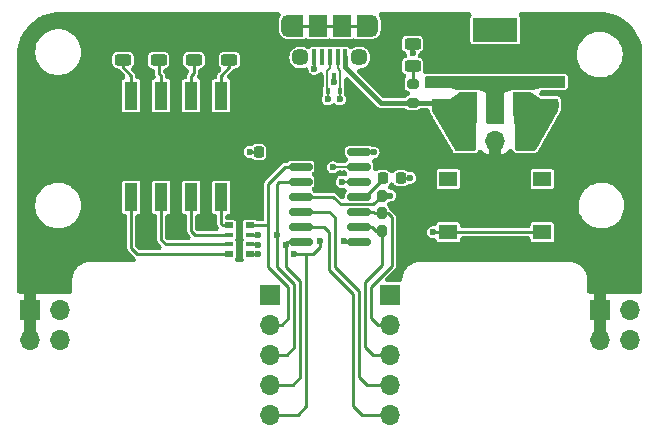
<source format=gtl>
%TF.GenerationSoftware,KiCad,Pcbnew,(6.0.2)*%
%TF.CreationDate,2022-05-16T10:18:48+01:00*%
%TF.ProjectId,mcp_breadboard,6d63705f-6272-4656-9164-626f6172642e,rev?*%
%TF.SameCoordinates,Original*%
%TF.FileFunction,Copper,L1,Top*%
%TF.FilePolarity,Positive*%
%FSLAX46Y46*%
G04 Gerber Fmt 4.6, Leading zero omitted, Abs format (unit mm)*
G04 Created by KiCad (PCBNEW (6.0.2)) date 2022-05-16 10:18:48*
%MOMM*%
%LPD*%
G01*
G04 APERTURE LIST*
G04 Aperture macros list*
%AMRoundRect*
0 Rectangle with rounded corners*
0 $1 Rounding radius*
0 $2 $3 $4 $5 $6 $7 $8 $9 X,Y pos of 4 corners*
0 Add a 4 corners polygon primitive as box body*
4,1,4,$2,$3,$4,$5,$6,$7,$8,$9,$2,$3,0*
0 Add four circle primitives for the rounded corners*
1,1,$1+$1,$2,$3*
1,1,$1+$1,$4,$5*
1,1,$1+$1,$6,$7*
1,1,$1+$1,$8,$9*
0 Add four rect primitives between the rounded corners*
20,1,$1+$1,$2,$3,$4,$5,0*
20,1,$1+$1,$4,$5,$6,$7,0*
20,1,$1+$1,$6,$7,$8,$9,0*
20,1,$1+$1,$8,$9,$2,$3,0*%
G04 Aperture macros list end*
%TA.AperFunction,SMDPad,CuDef*%
%ADD10RoundRect,0.250000X0.475000X-0.250000X0.475000X0.250000X-0.475000X0.250000X-0.475000X-0.250000X0*%
%TD*%
%TA.AperFunction,SMDPad,CuDef*%
%ADD11RoundRect,0.200000X-0.200000X-0.275000X0.200000X-0.275000X0.200000X0.275000X-0.200000X0.275000X0*%
%TD*%
%TA.AperFunction,SMDPad,CuDef*%
%ADD12RoundRect,0.243750X0.456250X-0.243750X0.456250X0.243750X-0.456250X0.243750X-0.456250X-0.243750X0*%
%TD*%
%TA.AperFunction,SMDPad,CuDef*%
%ADD13R,1.500000X2.000000*%
%TD*%
%TA.AperFunction,SMDPad,CuDef*%
%ADD14R,3.800000X2.000000*%
%TD*%
%TA.AperFunction,SMDPad,CuDef*%
%ADD15R,0.400000X0.510000*%
%TD*%
%TA.AperFunction,SMDPad,CuDef*%
%ADD16R,0.400000X1.350000*%
%TD*%
%TA.AperFunction,ComponentPad*%
%ADD17C,1.450000*%
%TD*%
%TA.AperFunction,ComponentPad*%
%ADD18O,1.200000X1.900000*%
%TD*%
%TA.AperFunction,SMDPad,CuDef*%
%ADD19R,1.200000X1.900000*%
%TD*%
%TA.AperFunction,SMDPad,CuDef*%
%ADD20R,1.500000X1.900000*%
%TD*%
%TA.AperFunction,ComponentPad*%
%ADD21R,1.700000X1.700000*%
%TD*%
%TA.AperFunction,ComponentPad*%
%ADD22O,1.700000X1.700000*%
%TD*%
%TA.AperFunction,SMDPad,CuDef*%
%ADD23R,1.550000X1.300000*%
%TD*%
%TA.AperFunction,SMDPad,CuDef*%
%ADD24RoundRect,0.150000X-0.825000X-0.150000X0.825000X-0.150000X0.825000X0.150000X-0.825000X0.150000X0*%
%TD*%
%TA.AperFunction,SMDPad,CuDef*%
%ADD25RoundRect,0.225000X0.225000X0.250000X-0.225000X0.250000X-0.225000X-0.250000X0.225000X-0.250000X0*%
%TD*%
%TA.AperFunction,SMDPad,CuDef*%
%ADD26RoundRect,0.243750X-0.456250X0.243750X-0.456250X-0.243750X0.456250X-0.243750X0.456250X0.243750X0*%
%TD*%
%TA.AperFunction,SMDPad,CuDef*%
%ADD27RoundRect,0.225000X-0.225000X-0.250000X0.225000X-0.250000X0.225000X0.250000X-0.225000X0.250000X0*%
%TD*%
%TA.AperFunction,SMDPad,CuDef*%
%ADD28R,1.120000X2.440000*%
%TD*%
%TA.AperFunction,SMDPad,CuDef*%
%ADD29RoundRect,0.200000X-0.275000X0.200000X-0.275000X-0.200000X0.275000X-0.200000X0.275000X0.200000X0*%
%TD*%
%TA.AperFunction,SMDPad,CuDef*%
%ADD30R,0.800000X0.500000*%
%TD*%
%TA.AperFunction,SMDPad,CuDef*%
%ADD31R,0.800000X0.400000*%
%TD*%
%TA.AperFunction,ViaPad*%
%ADD32C,0.600000*%
%TD*%
%TA.AperFunction,Conductor*%
%ADD33C,0.400000*%
%TD*%
%TA.AperFunction,Conductor*%
%ADD34C,0.250000*%
%TD*%
%TA.AperFunction,Conductor*%
%ADD35C,0.200000*%
%TD*%
G04 APERTURE END LIST*
D10*
%TO.P,C4,1*%
%TO.N,+3V3*%
X68600000Y-36450000D03*
%TO.P,C4,2*%
%TO.N,GND*%
X68600000Y-34550000D03*
%TD*%
D11*
%TO.P,R2,1*%
%TO.N,SCL*%
X54425000Y-45650000D03*
%TO.P,R2,2*%
%TO.N,VDD*%
X56075000Y-45650000D03*
%TD*%
D12*
%TO.P,D3,1,K*%
%TO.N,Net-(D3-Pad1)*%
X35500000Y-32677500D03*
%TO.P,D3,2,A*%
%TO.N,VDD*%
X35500000Y-30802500D03*
%TD*%
D13*
%TO.P,U2,1,VI*%
%TO.N,+5V*%
X61710000Y-36440000D03*
D14*
%TO.P,U2,2,GND*%
%TO.N,GND*%
X64010000Y-30140000D03*
D13*
X64010000Y-36440000D03*
%TO.P,U2,3,VO*%
%TO.N,+3V3*%
X66310000Y-36440000D03*
%TD*%
D11*
%TO.P,R3,1*%
%TO.N,Net-(R3-Pad1)*%
X54425000Y-44150000D03*
%TO.P,R3,2*%
%TO.N,VDD*%
X56075000Y-44150000D03*
%TD*%
D12*
%TO.P,D4,1,K*%
%TO.N,Net-(D4-Pad1)*%
X32500000Y-32677500D03*
%TO.P,D4,2,A*%
%TO.N,VDD*%
X32500000Y-30802500D03*
%TD*%
D10*
%TO.P,C3,1*%
%TO.N,+5V*%
X59400000Y-36450000D03*
%TO.P,C3,2*%
%TO.N,GND*%
X59400000Y-34550000D03*
%TD*%
D15*
%TO.P,D6,1,K1*%
%TO.N,D+*%
X49831000Y-35307351D03*
%TO.P,D6,2,K2*%
%TO.N,D-*%
X50831000Y-35307351D03*
%TO.P,D6,3,A*%
%TO.N,GND*%
X50331000Y-34017351D03*
%TD*%
D16*
%TO.P,J5,1,VBUS*%
%TO.N,+5V*%
X51300000Y-32462500D03*
%TO.P,J5,2,D-*%
%TO.N,D-*%
X50650000Y-32462500D03*
%TO.P,J5,3,D+*%
%TO.N,D+*%
X50000000Y-32462500D03*
%TO.P,J5,4,ID*%
%TO.N,unconnected-(J5-Pad4)*%
X49350000Y-32462500D03*
%TO.P,J5,5,GND*%
%TO.N,GND*%
X48700000Y-32462500D03*
D17*
%TO.P,J5,6,Shield*%
%TO.N,unconnected-(J5-Pad6)*%
X47500000Y-32462500D03*
X52500000Y-32462500D03*
D18*
X46500000Y-29762500D03*
D19*
X47100000Y-29762500D03*
D18*
X53500000Y-29762500D03*
D20*
X49000000Y-29762500D03*
D19*
X52900000Y-29762500D03*
D20*
X51000000Y-29762500D03*
%TD*%
D21*
%TO.P,SW3,1,A*%
%TO.N,+5V*%
X61460000Y-39500000D03*
D22*
%TO.P,SW3,2,B*%
%TO.N,VDD*%
X64000000Y-39500000D03*
%TO.P,SW3,3,C*%
%TO.N,+3V3*%
X66540000Y-39500000D03*
%TD*%
D12*
%TO.P,D1,1,K*%
%TO.N,Net-(D1-Pad1)*%
X41500000Y-32677500D03*
%TO.P,D1,2,A*%
%TO.N,VDD*%
X41500000Y-30802500D03*
%TD*%
D23*
%TO.P,SW1,1,1*%
%TO.N,GND*%
X67975000Y-42750000D03*
X60025000Y-42750000D03*
%TO.P,SW1,2,2*%
%TO.N,Net-(R3-Pad1)*%
X67975000Y-47250000D03*
X60025000Y-47250000D03*
%TD*%
D24*
%TO.P,U1,1,VDD*%
%TO.N,VDD*%
X47525000Y-40440000D03*
%TO.P,U1,2,GP0*%
%TO.N,G0*%
X47525000Y-41710000D03*
%TO.P,U1,3,GP1*%
%TO.N,G1*%
X47525000Y-42980000D03*
%TO.P,U1,4,~{RST}*%
%TO.N,Net-(R3-Pad1)*%
X47525000Y-44250000D03*
%TO.P,U1,5,URx*%
%TO.N,Rx*%
X47525000Y-45520000D03*
%TO.P,U1,6,UTx*%
%TO.N,Tx*%
X47525000Y-46790000D03*
%TO.P,U1,7,GP2*%
%TO.N,G2*%
X47525000Y-48060000D03*
%TO.P,U1,8,GP3*%
%TO.N,G3*%
X52475000Y-48060000D03*
%TO.P,U1,9,SDA*%
%TO.N,SDA*%
X52475000Y-46790000D03*
%TO.P,U1,10,SCL*%
%TO.N,SCL*%
X52475000Y-45520000D03*
%TO.P,U1,11,VUSB*%
%TO.N,Net-(C2-Pad1)*%
X52475000Y-44250000D03*
%TO.P,U1,12,D-*%
%TO.N,D-*%
X52475000Y-42980000D03*
%TO.P,U1,13,D+*%
%TO.N,D+*%
X52475000Y-41710000D03*
%TO.P,U1,14,VSS*%
%TO.N,GND*%
X52475000Y-40440000D03*
%TD*%
D25*
%TO.P,C1,1*%
%TO.N,VDD*%
X45525000Y-40450000D03*
%TO.P,C1,2*%
%TO.N,GND*%
X43975000Y-40450000D03*
%TD*%
D26*
%TO.P,D5,1,K*%
%TO.N,GND*%
X57000000Y-31312500D03*
%TO.P,D5,2,A*%
%TO.N,Net-(D5-Pad2)*%
X57000000Y-33187500D03*
%TD*%
D12*
%TO.P,D2,1,K*%
%TO.N,Net-(D2-Pad1)*%
X38500000Y-32677500D03*
%TO.P,D2,2,A*%
%TO.N,VDD*%
X38500000Y-30802500D03*
%TD*%
D27*
%TO.P,C2,1*%
%TO.N,Net-(C2-Pad1)*%
X54475000Y-42650000D03*
%TO.P,C2,2*%
%TO.N,GND*%
X56025000Y-42650000D03*
%TD*%
D28*
%TO.P,SW2,1*%
%TO.N,Net-(D1-Pad1)*%
X40810000Y-35695000D03*
%TO.P,SW2,2*%
%TO.N,Net-(D2-Pad1)*%
X38270000Y-35695000D03*
%TO.P,SW2,3*%
%TO.N,Net-(D3-Pad1)*%
X35730000Y-35695000D03*
%TO.P,SW2,4*%
%TO.N,Net-(D4-Pad1)*%
X33190000Y-35695000D03*
%TO.P,SW2,5*%
%TO.N,Net-(RN1-Pad4)*%
X33190000Y-44305000D03*
%TO.P,SW2,6*%
%TO.N,Net-(RN1-Pad3)*%
X35730000Y-44305000D03*
%TO.P,SW2,7*%
%TO.N,Net-(RN1-Pad2)*%
X38270000Y-44305000D03*
%TO.P,SW2,8*%
%TO.N,Net-(RN1-Pad1)*%
X40810000Y-44305000D03*
%TD*%
D29*
%TO.P,R4,1*%
%TO.N,Net-(D5-Pad2)*%
X57000000Y-34675000D03*
%TO.P,R4,2*%
%TO.N,+5V*%
X57000000Y-36325000D03*
%TD*%
D11*
%TO.P,R1,1*%
%TO.N,SDA*%
X54425000Y-47150000D03*
%TO.P,R1,2*%
%TO.N,VDD*%
X56075000Y-47150000D03*
%TD*%
D30*
%TO.P,RN1,1,R1.1*%
%TO.N,Net-(RN1-Pad1)*%
X41450000Y-46675000D03*
D31*
%TO.P,RN1,2,R2.1*%
%TO.N,Net-(RN1-Pad2)*%
X41450000Y-47475000D03*
%TO.P,RN1,3,R3.1*%
%TO.N,Net-(RN1-Pad3)*%
X41450000Y-48275000D03*
D30*
%TO.P,RN1,4,R4.1*%
%TO.N,Net-(RN1-Pad4)*%
X41450000Y-49075000D03*
%TO.P,RN1,5,R4.2*%
%TO.N,G3*%
X43250000Y-49075000D03*
D31*
%TO.P,RN1,6,R3.2*%
%TO.N,G2*%
X43250000Y-48275000D03*
%TO.P,RN1,7,R2.2*%
%TO.N,G1*%
X43250000Y-47475000D03*
D30*
%TO.P,RN1,8,R1.2*%
%TO.N,G0*%
X43250000Y-46675000D03*
%TD*%
D21*
%TO.P,J3,1,Pin_1*%
%TO.N,+5V*%
X44920000Y-52540000D03*
D22*
%TO.P,J3,2,Pin_2*%
%TO.N,G0*%
X44920000Y-55080000D03*
%TO.P,J3,3,Pin_3*%
%TO.N,G1*%
X44920000Y-57620000D03*
%TO.P,J3,4,Pin_4*%
%TO.N,G2*%
X44920000Y-60160000D03*
%TO.P,J3,5,Pin_5*%
%TO.N,G3*%
X44920000Y-62700000D03*
%TD*%
D21*
%TO.P,J4,1,Pin_1*%
%TO.N,+3V3*%
X55080000Y-52540000D03*
D22*
%TO.P,J4,2,Pin_2*%
%TO.N,SCL*%
X55080000Y-55080000D03*
%TO.P,J4,3,Pin_3*%
%TO.N,SDA*%
X55080000Y-57620000D03*
%TO.P,J4,4,Pin_4*%
%TO.N,Rx*%
X55080000Y-60160000D03*
%TO.P,J4,5,Pin_5*%
%TO.N,Tx*%
X55080000Y-62700000D03*
%TD*%
D21*
%TO.P,J2,1,Pin_1*%
%TO.N,VDD*%
X72860000Y-53810000D03*
D22*
%TO.P,J2,2,Pin_2*%
X72860000Y-56350000D03*
%TO.P,J2,3,Pin_3*%
%TO.N,GND*%
X75400000Y-53810000D03*
%TO.P,J2,4,Pin_4*%
X75400000Y-56350000D03*
%TD*%
D21*
%TO.P,J1,1,Pin_1*%
%TO.N,VDD*%
X24600000Y-53810000D03*
D22*
%TO.P,J1,2,Pin_2*%
X24600000Y-56350000D03*
%TO.P,J1,3,Pin_3*%
%TO.N,GND*%
X27140000Y-53810000D03*
%TO.P,J1,4,Pin_4*%
X27140000Y-56350000D03*
%TD*%
D32*
%TO.N,GND*%
X67550000Y-34550000D03*
X64450000Y-37750000D03*
X64510000Y-35140000D03*
X60000000Y-42750000D03*
X48700000Y-33440000D03*
X53700000Y-40500000D03*
X65600000Y-30850000D03*
X58350000Y-34550000D03*
X69650000Y-34550000D03*
X57000000Y-32077000D03*
X62400000Y-29450000D03*
X63510000Y-35140000D03*
X56800000Y-42650000D03*
X43200000Y-40450000D03*
X63550000Y-37750000D03*
X62400000Y-30850000D03*
X64000000Y-29450000D03*
X68000000Y-42750000D03*
X60450000Y-34550000D03*
X65600000Y-29450000D03*
X50330500Y-34565000D03*
X64000000Y-30850000D03*
%TO.N,G1*%
X45500000Y-47500000D03*
X43953019Y-47492989D03*
%TO.N,G2*%
X46250000Y-48300000D03*
X43950000Y-48300000D03*
%TO.N,G3*%
X43950000Y-49100000D03*
X47000000Y-49100000D03*
X51200000Y-48000000D03*
X49200000Y-48000000D03*
%TO.N,Net-(R3-Pad1)*%
X58750000Y-47250000D03*
X55100000Y-44150000D03*
%TO.N,D-*%
X51000000Y-43000000D03*
X50850000Y-36015000D03*
%TO.N,D+*%
X49825000Y-36015000D03*
X50250000Y-41750000D03*
%TD*%
D33*
%TO.N,+5V*%
X54325000Y-36325000D02*
X59275000Y-36325000D01*
X51300000Y-32462500D02*
X51300000Y-33300000D01*
X51300000Y-33300000D02*
X54325000Y-36325000D01*
X59275000Y-36325000D02*
X59400000Y-36450000D01*
D34*
%TO.N,GND*%
X48700000Y-33440000D02*
X48700000Y-32462500D01*
X50331000Y-34012351D02*
X50331000Y-34589500D01*
X56800000Y-42650000D02*
X56025000Y-42650000D01*
X53640000Y-40440000D02*
X53700000Y-40500000D01*
X57000000Y-31312500D02*
X57000000Y-32077000D01*
X43200000Y-40450000D02*
X43975000Y-40450000D01*
X52475000Y-40440000D02*
X53640000Y-40440000D01*
%TO.N,VDD*%
X47525000Y-40440000D02*
X45510000Y-40440000D01*
%TO.N,Net-(C2-Pad1)*%
X54475000Y-42775000D02*
X54475000Y-42650000D01*
X53000000Y-44250000D02*
X54475000Y-42775000D01*
X52475000Y-44250000D02*
X53000000Y-44250000D01*
%TO.N,Net-(D1-Pad1)*%
X41500000Y-33310000D02*
X41500000Y-32677500D01*
X40810000Y-35695000D02*
X40810000Y-34000000D01*
X40810000Y-34000000D02*
X41500000Y-33310000D01*
%TO.N,Net-(D2-Pad1)*%
X38270000Y-34000000D02*
X38500000Y-33770000D01*
X38270000Y-35695000D02*
X38270000Y-34000000D01*
X38500000Y-33770000D02*
X38500000Y-32677500D01*
%TO.N,Net-(D3-Pad1)*%
X35730000Y-34000000D02*
X35500000Y-33770000D01*
X35500000Y-33770000D02*
X35500000Y-32677500D01*
X35730000Y-35695000D02*
X35730000Y-34000000D01*
%TO.N,Net-(D4-Pad1)*%
X33190000Y-34000000D02*
X32500000Y-33310000D01*
X32500000Y-33310000D02*
X32500000Y-32677500D01*
X33190000Y-35695000D02*
X33190000Y-34000000D01*
%TO.N,Net-(D5-Pad2)*%
X57000000Y-34675000D02*
X57000000Y-33135500D01*
%TO.N,G0*%
X46500000Y-54500000D02*
X45920000Y-55080000D01*
X44750000Y-50170000D02*
X46500000Y-51920000D01*
X43250000Y-46675000D02*
X44750000Y-46675000D01*
X44750000Y-43200000D02*
X44750000Y-50170000D01*
X47525000Y-41710000D02*
X46240000Y-41710000D01*
X46500000Y-51920000D02*
X46500000Y-54500000D01*
X45920000Y-55080000D02*
X44920000Y-55080000D01*
X46240000Y-41710000D02*
X44750000Y-43200000D01*
%TO.N,G1*%
X47000000Y-51670000D02*
X47000000Y-57000000D01*
X45720000Y-42980000D02*
X47525000Y-42980000D01*
X43935030Y-47475000D02*
X43250000Y-47475000D01*
X47000000Y-57000000D02*
X46380000Y-57620000D01*
X45500000Y-47500000D02*
X45500000Y-43200000D01*
X45500000Y-43200000D02*
X45720000Y-42980000D01*
X45500000Y-50170000D02*
X47000000Y-51670000D01*
X45500000Y-47500000D02*
X45500000Y-50170000D01*
X43953019Y-47492989D02*
X43935030Y-47475000D01*
X46380000Y-57620000D02*
X44920000Y-57620000D01*
%TO.N,G2*%
X47500000Y-59500000D02*
X46840000Y-60160000D01*
X47500000Y-51420000D02*
X47500000Y-59500000D01*
X46250000Y-50170000D02*
X47500000Y-51420000D01*
X46390000Y-48060000D02*
X47525000Y-48060000D01*
X46840000Y-60160000D02*
X44920000Y-60160000D01*
X46250000Y-48300000D02*
X46250000Y-48200000D01*
X43950000Y-48300000D02*
X43925000Y-48275000D01*
X43925000Y-48275000D02*
X43250000Y-48275000D01*
X46250000Y-48300000D02*
X46250000Y-50170000D01*
X46250000Y-48200000D02*
X46390000Y-48060000D01*
%TO.N,G3*%
X43925000Y-49075000D02*
X43250000Y-49075000D01*
X47300000Y-62700000D02*
X44920000Y-62700000D01*
X51260000Y-48060000D02*
X52475000Y-48060000D01*
X51200000Y-48000000D02*
X51260000Y-48060000D01*
X48000000Y-62000000D02*
X47300000Y-62700000D01*
X48600000Y-49100000D02*
X49200000Y-48500000D01*
X43950000Y-49100000D02*
X43925000Y-49075000D01*
X49200000Y-48500000D02*
X49200000Y-48000000D01*
X48000000Y-49100000D02*
X48000000Y-62000000D01*
X47000000Y-49100000D02*
X48600000Y-49100000D01*
%TO.N,Tx*%
X49950000Y-50450000D02*
X49950000Y-47250000D01*
X52700000Y-62700000D02*
X52000000Y-62000000D01*
X55080000Y-62700000D02*
X52700000Y-62700000D01*
X52000000Y-52500000D02*
X49950000Y-50450000D01*
X52000000Y-62000000D02*
X52000000Y-52500000D01*
X49490000Y-46790000D02*
X47525000Y-46790000D01*
X49950000Y-47250000D02*
X49490000Y-46790000D01*
%TO.N,Rx*%
X50450000Y-50182482D02*
X50450000Y-46000000D01*
X53160000Y-60160000D02*
X52500000Y-59500000D01*
X52500000Y-52232482D02*
X50450000Y-50182482D01*
X49970000Y-45520000D02*
X47525000Y-45520000D01*
X52500000Y-59500000D02*
X52500000Y-52232482D01*
X55080000Y-60160000D02*
X53160000Y-60160000D01*
X50450000Y-46000000D02*
X49970000Y-45520000D01*
%TO.N,SDA*%
X53000000Y-51500000D02*
X53000000Y-57000000D01*
X53900000Y-47150000D02*
X53540000Y-46790000D01*
X54425000Y-50075000D02*
X53000000Y-51500000D01*
X54425000Y-47150000D02*
X54425000Y-50075000D01*
X53540000Y-46790000D02*
X52475000Y-46790000D01*
X54425000Y-47150000D02*
X53900000Y-47150000D01*
X53620000Y-57620000D02*
X55080000Y-57620000D01*
X53000000Y-57000000D02*
X53620000Y-57620000D01*
%TO.N,SCL*%
X55250000Y-50120978D02*
X55250000Y-46000000D01*
X53500000Y-54500000D02*
X53500000Y-51870978D01*
X53500000Y-51870978D02*
X55250000Y-50120978D01*
X55080000Y-55080000D02*
X54080000Y-55080000D01*
X54080000Y-55080000D02*
X53500000Y-54500000D01*
X53670000Y-45520000D02*
X52475000Y-45520000D01*
X54425000Y-45650000D02*
X53800000Y-45650000D01*
X54900000Y-45650000D02*
X54425000Y-45650000D01*
X55250000Y-46000000D02*
X54900000Y-45650000D01*
X53800000Y-45650000D02*
X53670000Y-45520000D01*
%TO.N,Net-(R3-Pad1)*%
X53675000Y-44900000D02*
X54425000Y-44150000D01*
X67975000Y-47250000D02*
X60025000Y-47250000D01*
X55100000Y-44150000D02*
X54425000Y-44150000D01*
X50950000Y-44900000D02*
X53675000Y-44900000D01*
X60025000Y-47250000D02*
X58750000Y-47250000D01*
X50300000Y-44250000D02*
X50950000Y-44900000D01*
X47525000Y-44250000D02*
X50300000Y-44250000D01*
D35*
%TO.N,D-*%
X50850000Y-36015000D02*
X50850000Y-35326351D01*
X50850000Y-35326351D02*
X50831000Y-35307351D01*
X51020000Y-42980000D02*
X51000000Y-43000000D01*
X50880011Y-35258340D02*
X50831000Y-35307351D01*
X50880011Y-33580011D02*
X50880011Y-35258340D01*
X50650000Y-33350000D02*
X50880011Y-33580011D01*
X50650000Y-32462500D02*
X50650000Y-33350000D01*
X52475000Y-42980000D02*
X51020000Y-42980000D01*
%TO.N,D+*%
X49825000Y-36015000D02*
X49825000Y-35313351D01*
X49780989Y-35257340D02*
X49831000Y-35307351D01*
X49825000Y-35313351D02*
X49831000Y-35307351D01*
X50000000Y-33360000D02*
X49780989Y-33579011D01*
X50290000Y-41710000D02*
X50250000Y-41750000D01*
X50000000Y-32462500D02*
X50000000Y-33360000D01*
X52475000Y-41710000D02*
X50290000Y-41710000D01*
X49780989Y-33579011D02*
X49780989Y-35257340D01*
D34*
%TO.N,unconnected-(J5-Pad6)*%
X52500000Y-30162500D02*
X52900000Y-29762500D01*
X47100000Y-29762500D02*
X53500000Y-29762500D01*
X47500000Y-30162500D02*
X47100000Y-29762500D01*
%TO.N,Net-(RN1-Pad1)*%
X40925000Y-46675000D02*
X40810000Y-46560000D01*
X40810000Y-46560000D02*
X40810000Y-44305000D01*
X41450000Y-46675000D02*
X40925000Y-46675000D01*
%TO.N,Net-(RN1-Pad2)*%
X38555000Y-47475000D02*
X38270000Y-47190000D01*
X38270000Y-47190000D02*
X38270000Y-44305000D01*
X41450000Y-47475000D02*
X38555000Y-47475000D01*
%TO.N,Net-(RN1-Pad3)*%
X41450000Y-48275000D02*
X36105000Y-48275000D01*
X36105000Y-48275000D02*
X35730000Y-47900000D01*
X35730000Y-47900000D02*
X35730000Y-44305000D01*
%TO.N,Net-(RN1-Pad4)*%
X33655000Y-49075000D02*
X33190000Y-48610000D01*
X41450000Y-49075000D02*
X33655000Y-49075000D01*
X33190000Y-48610000D02*
X33190000Y-44305000D01*
%TD*%
%TA.AperFunction,Conductor*%
%TO.N,+5V*%
G36*
X62392121Y-35470002D02*
G01*
X62438614Y-35523658D01*
X62450000Y-35576000D01*
X62450000Y-37444756D01*
X62449565Y-37455220D01*
X62350000Y-38650000D01*
X62350000Y-40224000D01*
X62329998Y-40292121D01*
X62276342Y-40338614D01*
X62224000Y-40350000D01*
X60672988Y-40350000D01*
X60604867Y-40329998D01*
X60563688Y-40286687D01*
X58939759Y-37455220D01*
X58666700Y-36979118D01*
X58650000Y-36916431D01*
X58650000Y-36076000D01*
X58670002Y-36007879D01*
X58723658Y-35961386D01*
X58776000Y-35950000D01*
X60150000Y-35950000D01*
X60919357Y-35469152D01*
X60986137Y-35450000D01*
X62324000Y-35450000D01*
X62392121Y-35470002D01*
G37*
%TD.AperFunction*%
%TD*%
%TA.AperFunction,Conductor*%
%TO.N,+3V3*%
G36*
X67080643Y-35469152D02*
G01*
X67850000Y-35950000D01*
X69224000Y-35950000D01*
X69292121Y-35970002D01*
X69338614Y-36023658D01*
X69350000Y-36076000D01*
X69350000Y-36916431D01*
X69333300Y-36979118D01*
X67436312Y-40286687D01*
X67385070Y-40335827D01*
X67327012Y-40350000D01*
X65826000Y-40350000D01*
X65757879Y-40329998D01*
X65711386Y-40276342D01*
X65700000Y-40224000D01*
X65700000Y-38650000D01*
X65550973Y-37457784D01*
X65550000Y-37442156D01*
X65550000Y-35576000D01*
X65570002Y-35507879D01*
X65623658Y-35461386D01*
X65676000Y-35450000D01*
X67013863Y-35450000D01*
X67080643Y-35469152D01*
G37*
%TD.AperFunction*%
%TD*%
%TA.AperFunction,Conductor*%
%TO.N,VDD*%
G36*
X45703378Y-28628954D02*
G01*
X45784160Y-28682930D01*
X45838136Y-28763712D01*
X45857090Y-28859000D01*
X45838136Y-28954288D01*
X45817391Y-28993885D01*
X45785988Y-29042613D01*
X45785986Y-29042618D01*
X45778446Y-29054317D01*
X45717022Y-29223078D01*
X45699500Y-29361783D01*
X45699500Y-30157655D01*
X45700276Y-30164571D01*
X45700276Y-30164575D01*
X45704550Y-30202679D01*
X45714454Y-30290972D01*
X45773515Y-30460573D01*
X45780894Y-30472381D01*
X45780894Y-30472382D01*
X45798085Y-30499893D01*
X45868684Y-30612875D01*
X45995230Y-30740307D01*
X46006981Y-30747765D01*
X46006983Y-30747766D01*
X46036204Y-30766310D01*
X46146864Y-30836537D01*
X46159976Y-30841206D01*
X46159978Y-30841207D01*
X46184754Y-30850029D01*
X46316049Y-30896781D01*
X46329872Y-30898429D01*
X46329875Y-30898430D01*
X46419902Y-30909165D01*
X46494376Y-30918045D01*
X46508220Y-30916590D01*
X46508223Y-30916590D01*
X46529399Y-30914364D01*
X46555426Y-30913000D01*
X47719748Y-30913000D01*
X47731737Y-30910615D01*
X47731739Y-30910615D01*
X47754181Y-30906151D01*
X47754182Y-30906151D01*
X47778231Y-30901367D01*
X47798620Y-30887743D01*
X47798623Y-30887742D01*
X47836662Y-30862325D01*
X47926422Y-30825145D01*
X48023577Y-30825144D01*
X48113338Y-30862325D01*
X48151377Y-30887742D01*
X48151380Y-30887743D01*
X48171769Y-30901367D01*
X48195818Y-30906151D01*
X48195819Y-30906151D01*
X48218261Y-30910615D01*
X48218263Y-30910615D01*
X48230252Y-30913000D01*
X49769748Y-30913000D01*
X49781737Y-30910615D01*
X49781739Y-30910615D01*
X49804181Y-30906151D01*
X49804182Y-30906151D01*
X49828231Y-30901367D01*
X49861660Y-30879030D01*
X49951419Y-30841849D01*
X50048574Y-30841848D01*
X50138340Y-30879030D01*
X50171769Y-30901367D01*
X50195818Y-30906151D01*
X50195819Y-30906151D01*
X50218261Y-30910615D01*
X50218263Y-30910615D01*
X50230252Y-30913000D01*
X51769748Y-30913000D01*
X51781737Y-30910615D01*
X51781739Y-30910615D01*
X51804181Y-30906151D01*
X51804182Y-30906151D01*
X51828231Y-30901367D01*
X51848620Y-30887743D01*
X51848623Y-30887742D01*
X51886662Y-30862325D01*
X51976422Y-30825145D01*
X52073577Y-30825144D01*
X52163338Y-30862325D01*
X52201377Y-30887742D01*
X52201380Y-30887743D01*
X52221769Y-30901367D01*
X52245818Y-30906151D01*
X52245819Y-30906151D01*
X52268261Y-30910615D01*
X52268263Y-30910615D01*
X52280252Y-30913000D01*
X53437278Y-30913000D01*
X53466759Y-30914752D01*
X53494376Y-30918045D01*
X53508220Y-30916590D01*
X53508223Y-30916590D01*
X53607542Y-30906151D01*
X53672983Y-30899273D01*
X53686161Y-30894787D01*
X53829816Y-30845883D01*
X53829817Y-30845882D01*
X53842993Y-30841397D01*
X53918617Y-30794873D01*
X53984103Y-30754586D01*
X53984107Y-30754583D01*
X53995955Y-30747294D01*
X54124268Y-30621641D01*
X54221554Y-30470683D01*
X54260214Y-30364466D01*
X54278215Y-30315009D01*
X54278216Y-30315007D01*
X54282978Y-30301922D01*
X54300500Y-30163217D01*
X54300500Y-29367345D01*
X54299006Y-29354021D01*
X54287097Y-29247859D01*
X54285546Y-29234028D01*
X54241750Y-29108261D01*
X54231065Y-29077578D01*
X54231064Y-29077575D01*
X54226485Y-29064427D01*
X54212085Y-29041381D01*
X54180572Y-28990951D01*
X54146150Y-28900098D01*
X54149117Y-28802988D01*
X54189020Y-28714406D01*
X54259784Y-28647837D01*
X54350637Y-28613415D01*
X54391735Y-28610000D01*
X61757149Y-28610000D01*
X61852437Y-28628954D01*
X61933219Y-28682930D01*
X61987195Y-28763712D01*
X62006149Y-28859000D01*
X61987195Y-28954288D01*
X61964185Y-28997338D01*
X61921133Y-29061769D01*
X61909500Y-29120252D01*
X61909500Y-29327512D01*
X61906536Y-29365819D01*
X61894391Y-29443823D01*
X61896691Y-29461409D01*
X61907398Y-29543291D01*
X61909500Y-29575577D01*
X61909500Y-30727512D01*
X61906536Y-30765819D01*
X61894391Y-30843823D01*
X61906628Y-30937404D01*
X61907398Y-30943291D01*
X61909500Y-30975577D01*
X61909500Y-31159748D01*
X61911885Y-31171737D01*
X61911885Y-31171739D01*
X61914311Y-31183933D01*
X61921133Y-31218231D01*
X61965448Y-31284552D01*
X62031769Y-31328867D01*
X62055818Y-31333651D01*
X62055819Y-31333651D01*
X62078261Y-31338115D01*
X62078263Y-31338115D01*
X62090252Y-31340500D01*
X62261495Y-31340500D01*
X62301305Y-31343703D01*
X62302224Y-31343852D01*
X62319157Y-31349142D01*
X62385992Y-31350367D01*
X62444760Y-31351445D01*
X62444762Y-31351445D01*
X62462499Y-31351770D01*
X62479616Y-31347104D01*
X62497218Y-31344911D01*
X62497333Y-31345833D01*
X62537171Y-31340500D01*
X63861495Y-31340500D01*
X63901305Y-31343703D01*
X63902224Y-31343852D01*
X63919157Y-31349142D01*
X63985992Y-31350367D01*
X64044760Y-31351445D01*
X64044762Y-31351445D01*
X64062499Y-31351770D01*
X64079616Y-31347104D01*
X64097218Y-31344911D01*
X64097333Y-31345833D01*
X64137171Y-31340500D01*
X65461495Y-31340500D01*
X65501305Y-31343703D01*
X65502224Y-31343852D01*
X65519157Y-31349142D01*
X65585992Y-31350367D01*
X65644760Y-31351445D01*
X65644762Y-31351445D01*
X65662499Y-31351770D01*
X65679616Y-31347104D01*
X65697218Y-31344911D01*
X65697333Y-31345833D01*
X65737171Y-31340500D01*
X65929748Y-31340500D01*
X65941737Y-31338115D01*
X65941739Y-31338115D01*
X65964181Y-31333651D01*
X65964182Y-31333651D01*
X65988231Y-31328867D01*
X66054552Y-31284552D01*
X66098867Y-31218231D01*
X66105689Y-31183933D01*
X66108115Y-31171739D01*
X66108115Y-31171737D01*
X66110500Y-31159748D01*
X66110500Y-29120252D01*
X66098867Y-29061769D01*
X66055815Y-28997338D01*
X66018636Y-28907578D01*
X66018635Y-28810423D01*
X66055815Y-28720664D01*
X66124513Y-28651964D01*
X66214273Y-28614785D01*
X66262851Y-28610000D01*
X72837277Y-28610000D01*
X72837277Y-28611268D01*
X72840343Y-28610705D01*
X72859642Y-28615143D01*
X72878273Y-28610927D01*
X72881271Y-28611045D01*
X73201623Y-28626783D01*
X73225941Y-28629178D01*
X73552175Y-28677570D01*
X73576141Y-28682337D01*
X73896067Y-28762474D01*
X73919451Y-28769568D01*
X74229980Y-28880678D01*
X74252537Y-28890021D01*
X74550689Y-29031036D01*
X74572226Y-29042548D01*
X74613688Y-29067399D01*
X74855124Y-29212110D01*
X74875428Y-29225677D01*
X75140350Y-29422156D01*
X75159212Y-29437636D01*
X75311407Y-29575577D01*
X75403592Y-29659129D01*
X75420871Y-29676408D01*
X75642364Y-29920788D01*
X75657844Y-29939650D01*
X75854323Y-30204572D01*
X75867890Y-30224876D01*
X75959173Y-30377173D01*
X76024613Y-30486352D01*
X76037450Y-30507770D01*
X76048964Y-30529311D01*
X76189979Y-30827463D01*
X76199322Y-30850020D01*
X76260694Y-31021542D01*
X76310432Y-31160549D01*
X76317526Y-31183933D01*
X76397663Y-31503859D01*
X76402430Y-31527825D01*
X76450822Y-31854059D01*
X76453217Y-31878377D01*
X76468938Y-32198387D01*
X76469080Y-32201277D01*
X76464857Y-32219642D01*
X76469088Y-32238342D01*
X76468591Y-32255103D01*
X76470000Y-32269537D01*
X76470000Y-52216000D01*
X76451046Y-52311288D01*
X76397070Y-52392070D01*
X76316288Y-52446046D01*
X76221000Y-52465000D01*
X73816847Y-52465000D01*
X73789955Y-52463544D01*
X73764028Y-52460727D01*
X73750593Y-52460000D01*
X73384527Y-52460000D01*
X73364069Y-52464069D01*
X73360000Y-52484527D01*
X73360000Y-56601000D01*
X73341046Y-56696288D01*
X73287070Y-56777070D01*
X73206288Y-56831046D01*
X73111000Y-56850000D01*
X72609000Y-56850000D01*
X72513712Y-56831046D01*
X72432930Y-56777070D01*
X72378954Y-56696288D01*
X72360000Y-56601000D01*
X72360000Y-52484527D01*
X72355931Y-52464069D01*
X72335473Y-52460000D01*
X72039000Y-52460000D01*
X71943712Y-52441046D01*
X71862930Y-52387070D01*
X71808954Y-52306288D01*
X71790000Y-52211000D01*
X71790000Y-51315741D01*
X71791633Y-51287271D01*
X71791957Y-51284458D01*
X71795142Y-51270716D01*
X71795143Y-51270000D01*
X71794131Y-51265565D01*
X71794174Y-51265194D01*
X71794528Y-51261035D01*
X71793121Y-51261136D01*
X71779388Y-51069123D01*
X71779387Y-51069119D01*
X71778754Y-51060263D01*
X71734058Y-50854795D01*
X71706920Y-50782034D01*
X71679718Y-50709104D01*
X71660575Y-50657780D01*
X71559802Y-50473228D01*
X71542663Y-50450332D01*
X71439120Y-50312015D01*
X71433790Y-50304895D01*
X71285105Y-50156210D01*
X71276522Y-50149785D01*
X71123895Y-50035530D01*
X71123893Y-50035529D01*
X71116772Y-50030198D01*
X70932220Y-49929425D01*
X70856499Y-49901182D01*
X70743544Y-49859052D01*
X70743540Y-49859051D01*
X70735205Y-49855942D01*
X70726516Y-49854052D01*
X70726513Y-49854051D01*
X70538418Y-49813134D01*
X70538413Y-49813133D01*
X70529737Y-49811246D01*
X70520881Y-49810613D01*
X70520877Y-49810612D01*
X70409322Y-49802634D01*
X70329690Y-49796938D01*
X70320716Y-49794858D01*
X70320000Y-49794857D01*
X70306293Y-49797984D01*
X70302082Y-49798455D01*
X70274390Y-49800000D01*
X57665741Y-49800000D01*
X57637271Y-49798367D01*
X57634458Y-49798043D01*
X57620716Y-49794858D01*
X57620000Y-49794857D01*
X57615565Y-49795869D01*
X57615194Y-49795826D01*
X57611035Y-49795472D01*
X57611136Y-49796879D01*
X57419123Y-49810612D01*
X57419119Y-49810613D01*
X57410263Y-49811246D01*
X57401587Y-49813133D01*
X57401582Y-49813134D01*
X57213487Y-49854051D01*
X57213484Y-49854052D01*
X57204795Y-49855942D01*
X57196460Y-49859051D01*
X57196456Y-49859052D01*
X57083501Y-49901182D01*
X57007780Y-49929425D01*
X56823228Y-50030198D01*
X56816107Y-50035529D01*
X56816105Y-50035530D01*
X56663478Y-50149785D01*
X56654895Y-50156210D01*
X56506210Y-50304895D01*
X56500880Y-50312015D01*
X56397338Y-50450332D01*
X56380198Y-50473228D01*
X56279425Y-50657780D01*
X56260282Y-50709104D01*
X56233081Y-50782034D01*
X56205942Y-50854795D01*
X56161246Y-51060263D01*
X56160613Y-51069119D01*
X56160612Y-51069123D01*
X56147084Y-51258264D01*
X56121380Y-51351957D01*
X56061778Y-51428682D01*
X55977351Y-51476758D01*
X55898718Y-51489500D01*
X54942944Y-51489500D01*
X54847656Y-51470546D01*
X54766874Y-51416570D01*
X54712898Y-51335788D01*
X54693944Y-51240500D01*
X54712898Y-51145212D01*
X54766874Y-51064430D01*
X55462430Y-50368874D01*
X55478446Y-50354199D01*
X55486506Y-50347436D01*
X55486506Y-50347435D01*
X55503194Y-50333433D01*
X55514087Y-50314566D01*
X55519353Y-50305445D01*
X55531020Y-50287131D01*
X55549554Y-50260662D01*
X55553318Y-50246615D01*
X55560588Y-50234023D01*
X55564370Y-50212572D01*
X55564372Y-50212567D01*
X55566198Y-50202210D01*
X55570899Y-50181004D01*
X55573626Y-50170826D01*
X55573626Y-50170825D01*
X55579264Y-50149785D01*
X55576447Y-50117585D01*
X55575500Y-50095884D01*
X55575500Y-47243823D01*
X58244391Y-47243823D01*
X58262980Y-47385979D01*
X58320720Y-47517203D01*
X58412970Y-47626948D01*
X58532313Y-47706390D01*
X58549246Y-47711680D01*
X58549248Y-47711681D01*
X58619985Y-47733780D01*
X58669157Y-47749142D01*
X58812499Y-47751770D01*
X58812431Y-47755466D01*
X58877767Y-47760209D01*
X58964600Y-47803789D01*
X59028145Y-47877282D01*
X59055852Y-47951685D01*
X59056348Y-47954178D01*
X59056349Y-47954181D01*
X59061133Y-47978231D01*
X59105448Y-48044552D01*
X59171769Y-48088867D01*
X59195818Y-48093651D01*
X59195819Y-48093651D01*
X59218261Y-48098115D01*
X59218263Y-48098115D01*
X59230252Y-48100500D01*
X60819748Y-48100500D01*
X60831737Y-48098115D01*
X60831739Y-48098115D01*
X60854181Y-48093651D01*
X60854182Y-48093651D01*
X60878231Y-48088867D01*
X60944552Y-48044552D01*
X60988867Y-47978231D01*
X60993651Y-47954181D01*
X60998115Y-47931739D01*
X60998115Y-47931737D01*
X61000500Y-47919748D01*
X61000500Y-47824500D01*
X61019454Y-47729212D01*
X61073430Y-47648430D01*
X61154212Y-47594454D01*
X61249500Y-47575500D01*
X66750500Y-47575500D01*
X66845788Y-47594454D01*
X66926570Y-47648430D01*
X66980546Y-47729212D01*
X66999500Y-47824500D01*
X66999500Y-47919748D01*
X67001885Y-47931737D01*
X67001885Y-47931739D01*
X67006349Y-47954181D01*
X67011133Y-47978231D01*
X67055448Y-48044552D01*
X67121769Y-48088867D01*
X67145818Y-48093651D01*
X67145819Y-48093651D01*
X67168261Y-48098115D01*
X67168263Y-48098115D01*
X67180252Y-48100500D01*
X68769748Y-48100500D01*
X68781737Y-48098115D01*
X68781739Y-48098115D01*
X68804181Y-48093651D01*
X68804182Y-48093651D01*
X68828231Y-48088867D01*
X68894552Y-48044552D01*
X68938867Y-47978231D01*
X68943651Y-47954181D01*
X68948115Y-47931739D01*
X68948115Y-47931737D01*
X68950500Y-47919748D01*
X68950500Y-46580252D01*
X68938867Y-46521769D01*
X68894552Y-46455448D01*
X68828231Y-46411133D01*
X68804182Y-46406349D01*
X68804181Y-46406349D01*
X68781739Y-46401885D01*
X68781737Y-46401885D01*
X68769748Y-46399500D01*
X67180252Y-46399500D01*
X67168263Y-46401885D01*
X67168261Y-46401885D01*
X67145819Y-46406349D01*
X67145818Y-46406349D01*
X67121769Y-46411133D01*
X67055448Y-46455448D01*
X67011133Y-46521769D01*
X66999500Y-46580252D01*
X66999500Y-46675500D01*
X66980546Y-46770788D01*
X66926570Y-46851570D01*
X66845788Y-46905546D01*
X66750500Y-46924500D01*
X61249500Y-46924500D01*
X61154212Y-46905546D01*
X61073430Y-46851570D01*
X61019454Y-46770788D01*
X61000500Y-46675500D01*
X61000500Y-46580252D01*
X60988867Y-46521769D01*
X60944552Y-46455448D01*
X60878231Y-46411133D01*
X60854182Y-46406349D01*
X60854181Y-46406349D01*
X60831739Y-46401885D01*
X60831737Y-46401885D01*
X60819748Y-46399500D01*
X59230252Y-46399500D01*
X59218263Y-46401885D01*
X59218261Y-46401885D01*
X59195819Y-46406349D01*
X59195818Y-46406349D01*
X59171769Y-46411133D01*
X59105448Y-46455448D01*
X59061133Y-46521769D01*
X59056349Y-46545819D01*
X59056347Y-46545824D01*
X59055636Y-46549399D01*
X59018457Y-46639158D01*
X58949758Y-46707857D01*
X58859998Y-46745037D01*
X58809900Y-46749816D01*
X58699114Y-46749139D01*
X58699111Y-46749139D01*
X58681376Y-46749031D01*
X58664322Y-46753905D01*
X58560585Y-46783553D01*
X58560583Y-46783554D01*
X58543529Y-46788428D01*
X58422280Y-46864930D01*
X58327377Y-46972388D01*
X58319839Y-46988442D01*
X58319839Y-46988443D01*
X58286485Y-47059485D01*
X58266447Y-47102163D01*
X58263719Y-47119687D01*
X58263718Y-47119689D01*
X58251666Y-47197100D01*
X58244391Y-47243823D01*
X55575500Y-47243823D01*
X55575500Y-46025082D01*
X55576448Y-46003380D01*
X55577365Y-45992896D01*
X55579264Y-45971193D01*
X55573625Y-45950151D01*
X55573625Y-45950146D01*
X55570899Y-45939974D01*
X55566198Y-45918768D01*
X55564372Y-45908411D01*
X55564370Y-45908406D01*
X55560588Y-45886955D01*
X55553318Y-45874363D01*
X55549554Y-45860316D01*
X55531020Y-45833847D01*
X55519353Y-45815533D01*
X55514087Y-45806412D01*
X55514086Y-45806411D01*
X55503194Y-45787545D01*
X55478431Y-45766767D01*
X55462430Y-45752104D01*
X55147896Y-45437570D01*
X55133221Y-45421554D01*
X55126459Y-45413495D01*
X55126458Y-45413494D01*
X55112455Y-45396806D01*
X55093588Y-45385913D01*
X55090670Y-45383465D01*
X55029858Y-45307695D01*
X55013910Y-45269663D01*
X55013711Y-45269052D01*
X55010646Y-45249696D01*
X54974167Y-45178103D01*
X54961947Y-45154119D01*
X54961947Y-45154118D01*
X54953050Y-45136658D01*
X54892462Y-45076070D01*
X54838486Y-44995288D01*
X54833376Y-44969600D01*
X71064808Y-44969600D01*
X71071308Y-45087709D01*
X71079098Y-45229264D01*
X71079830Y-45242574D01*
X71081548Y-45251209D01*
X71081548Y-45251212D01*
X71093511Y-45311350D01*
X71133166Y-45510708D01*
X71136081Y-45519008D01*
X71136081Y-45519009D01*
X71220635Y-45759784D01*
X71223749Y-45768652D01*
X71227801Y-45776453D01*
X71227803Y-45776457D01*
X71345716Y-46003449D01*
X71345719Y-46003454D01*
X71349774Y-46011260D01*
X71354893Y-46018423D01*
X71354894Y-46018425D01*
X71503605Y-46226526D01*
X71503609Y-46226531D01*
X71508725Y-46233690D01*
X71552829Y-46279923D01*
X71691346Y-46425127D01*
X71691351Y-46425132D01*
X71697431Y-46431505D01*
X71704352Y-46436961D01*
X71704353Y-46436962D01*
X71905207Y-46595303D01*
X71905212Y-46595306D01*
X71912126Y-46600757D01*
X71919739Y-46605179D01*
X71919742Y-46605181D01*
X72091163Y-46704750D01*
X72148528Y-46738070D01*
X72401919Y-46840704D01*
X72445663Y-46851570D01*
X72658703Y-46904490D01*
X72658708Y-46904491D01*
X72667243Y-46906611D01*
X72675998Y-46907508D01*
X72894082Y-46929853D01*
X72894090Y-46929853D01*
X72900401Y-46930500D01*
X73069642Y-46930500D01*
X73074017Y-46930190D01*
X73074023Y-46930190D01*
X73132136Y-46926075D01*
X73272705Y-46916122D01*
X73281318Y-46914268D01*
X73281323Y-46914267D01*
X73448725Y-46878226D01*
X73539968Y-46858582D01*
X73796458Y-46763958D01*
X73927021Y-46693510D01*
X74029308Y-46638319D01*
X74029312Y-46638316D01*
X74037056Y-46634138D01*
X74238457Y-46485381D01*
X74249880Y-46476944D01*
X74249881Y-46476943D01*
X74256962Y-46471713D01*
X74372771Y-46357709D01*
X74445518Y-46286096D01*
X74445523Y-46286091D01*
X74451788Y-46279923D01*
X74492266Y-46226885D01*
X74612308Y-46069592D01*
X74612309Y-46069590D01*
X74617647Y-46062596D01*
X74638656Y-46025083D01*
X74746930Y-45831744D01*
X74751230Y-45824066D01*
X74849871Y-45569095D01*
X74855515Y-45544748D01*
X74909614Y-45311350D01*
X74909614Y-45311347D01*
X74911603Y-45302768D01*
X74935192Y-45030400D01*
X74920170Y-44757426D01*
X74916811Y-44740536D01*
X74895474Y-44633275D01*
X74866834Y-44489292D01*
X74849340Y-44439476D01*
X74779165Y-44239645D01*
X74779163Y-44239641D01*
X74776251Y-44231348D01*
X74772197Y-44223543D01*
X74654284Y-43996551D01*
X74654281Y-43996546D01*
X74650226Y-43988740D01*
X74645106Y-43981575D01*
X74496395Y-43773474D01*
X74496391Y-43773469D01*
X74491275Y-43766310D01*
X74392959Y-43663248D01*
X74308654Y-43574873D01*
X74308649Y-43574868D01*
X74302569Y-43568495D01*
X74289481Y-43558177D01*
X74094793Y-43404697D01*
X74094788Y-43404694D01*
X74087874Y-43399243D01*
X74066411Y-43386776D01*
X73859085Y-43266352D01*
X73851472Y-43261930D01*
X73598081Y-43159296D01*
X73478030Y-43129475D01*
X73341297Y-43095510D01*
X73341292Y-43095509D01*
X73332757Y-43093389D01*
X73312838Y-43091348D01*
X73105918Y-43070147D01*
X73105910Y-43070147D01*
X73099599Y-43069500D01*
X72930358Y-43069500D01*
X72925983Y-43069810D01*
X72925977Y-43069810D01*
X72867864Y-43073925D01*
X72727295Y-43083878D01*
X72718682Y-43085732D01*
X72718677Y-43085733D01*
X72587105Y-43114060D01*
X72460032Y-43141418D01*
X72203542Y-43236042D01*
X72083482Y-43300823D01*
X71970692Y-43361681D01*
X71970688Y-43361684D01*
X71962944Y-43365862D01*
X71743038Y-43528287D01*
X71672105Y-43598115D01*
X71554482Y-43713904D01*
X71554477Y-43713909D01*
X71548212Y-43720077D01*
X71542873Y-43727073D01*
X71542871Y-43727075D01*
X71387692Y-43930408D01*
X71382353Y-43937404D01*
X71378057Y-43945074D01*
X71378055Y-43945078D01*
X71326257Y-44037570D01*
X71248770Y-44175934D01*
X71150129Y-44430905D01*
X71148143Y-44439472D01*
X71148142Y-44439476D01*
X71090386Y-44688650D01*
X71088397Y-44697232D01*
X71064808Y-44969600D01*
X54833376Y-44969600D01*
X54819532Y-44900000D01*
X54838486Y-44804712D01*
X54892462Y-44723930D01*
X54893357Y-44723035D01*
X54974139Y-44669059D01*
X55073990Y-44650147D01*
X55116366Y-44650924D01*
X55144760Y-44651445D01*
X55144762Y-44651445D01*
X55162499Y-44651770D01*
X55300817Y-44614060D01*
X55315932Y-44604779D01*
X55315935Y-44604778D01*
X55407876Y-44548326D01*
X55407878Y-44548325D01*
X55422991Y-44539045D01*
X55440699Y-44519482D01*
X55507297Y-44445904D01*
X55519200Y-44432754D01*
X55581710Y-44303733D01*
X55605496Y-44162354D01*
X55605647Y-44150000D01*
X55595021Y-44075801D01*
X55587838Y-44025642D01*
X55587838Y-44025640D01*
X55585323Y-44008082D01*
X55525984Y-43877572D01*
X55432400Y-43768963D01*
X55398431Y-43746945D01*
X55326983Y-43700635D01*
X55312095Y-43690985D01*
X55295097Y-43685902D01*
X55295096Y-43685901D01*
X55191736Y-43654990D01*
X55191735Y-43654990D01*
X55174739Y-43649907D01*
X55151598Y-43649766D01*
X55056429Y-43630232D01*
X54975978Y-43575765D01*
X54922495Y-43494656D01*
X54908069Y-43419748D01*
X59049500Y-43419748D01*
X59061133Y-43478231D01*
X59105448Y-43544552D01*
X59171769Y-43588867D01*
X59195818Y-43593651D01*
X59195819Y-43593651D01*
X59218261Y-43598115D01*
X59218263Y-43598115D01*
X59230252Y-43600500D01*
X60819748Y-43600500D01*
X60831737Y-43598115D01*
X60831739Y-43598115D01*
X60854181Y-43593651D01*
X60854182Y-43593651D01*
X60878231Y-43588867D01*
X60944552Y-43544552D01*
X60988867Y-43478231D01*
X61000500Y-43419748D01*
X66999500Y-43419748D01*
X67011133Y-43478231D01*
X67055448Y-43544552D01*
X67121769Y-43588867D01*
X67145818Y-43593651D01*
X67145819Y-43593651D01*
X67168261Y-43598115D01*
X67168263Y-43598115D01*
X67180252Y-43600500D01*
X68769748Y-43600500D01*
X68781737Y-43598115D01*
X68781739Y-43598115D01*
X68804181Y-43593651D01*
X68804182Y-43593651D01*
X68828231Y-43588867D01*
X68894552Y-43544552D01*
X68938867Y-43478231D01*
X68950500Y-43419748D01*
X68950500Y-42080252D01*
X68938867Y-42021769D01*
X68894552Y-41955448D01*
X68828231Y-41911133D01*
X68804182Y-41906349D01*
X68804181Y-41906349D01*
X68781739Y-41901885D01*
X68781737Y-41901885D01*
X68769748Y-41899500D01*
X67180252Y-41899500D01*
X67168263Y-41901885D01*
X67168261Y-41901885D01*
X67145819Y-41906349D01*
X67145818Y-41906349D01*
X67121769Y-41911133D01*
X67055448Y-41955448D01*
X67011133Y-42021769D01*
X66999500Y-42080252D01*
X66999500Y-43419748D01*
X61000500Y-43419748D01*
X61000500Y-42080252D01*
X60988867Y-42021769D01*
X60944552Y-41955448D01*
X60878231Y-41911133D01*
X60854182Y-41906349D01*
X60854181Y-41906349D01*
X60831739Y-41901885D01*
X60831737Y-41901885D01*
X60819748Y-41899500D01*
X59230252Y-41899500D01*
X59218263Y-41901885D01*
X59218261Y-41901885D01*
X59195819Y-41906349D01*
X59195818Y-41906349D01*
X59171769Y-41911133D01*
X59105448Y-41955448D01*
X59061133Y-42021769D01*
X59049500Y-42080252D01*
X59049500Y-43419748D01*
X54908069Y-43419748D01*
X54904122Y-43399254D01*
X54923656Y-43304083D01*
X54977047Y-43224701D01*
X55048528Y-43153220D01*
X55053563Y-43143339D01*
X55119897Y-43082020D01*
X55211047Y-43048393D01*
X55308127Y-43052207D01*
X55396358Y-43092881D01*
X55446044Y-43142567D01*
X55451472Y-43153220D01*
X55546780Y-43248528D01*
X55564234Y-43257421D01*
X55564235Y-43257422D01*
X55610078Y-43280780D01*
X55666874Y-43309719D01*
X55686228Y-43312784D01*
X55686230Y-43312785D01*
X55718300Y-43317864D01*
X55766512Y-43325500D01*
X56283488Y-43325500D01*
X56331700Y-43317864D01*
X56363770Y-43312785D01*
X56363772Y-43312784D01*
X56383126Y-43309719D01*
X56439922Y-43280780D01*
X56485765Y-43257422D01*
X56485766Y-43257421D01*
X56503220Y-43248528D01*
X56530945Y-43220803D01*
X56611727Y-43166827D01*
X56707015Y-43147873D01*
X56717896Y-43148748D01*
X56719157Y-43149142D01*
X56796358Y-43150557D01*
X56844760Y-43151445D01*
X56844762Y-43151445D01*
X56862499Y-43151770D01*
X57000817Y-43114060D01*
X57015932Y-43104779D01*
X57015935Y-43104778D01*
X57107876Y-43048326D01*
X57107878Y-43048325D01*
X57122991Y-43039045D01*
X57219200Y-42932754D01*
X57281710Y-42803733D01*
X57305496Y-42662354D01*
X57305647Y-42650000D01*
X57304283Y-42640474D01*
X57287838Y-42525642D01*
X57287838Y-42525640D01*
X57285323Y-42508082D01*
X57225984Y-42377572D01*
X57132400Y-42268963D01*
X57012095Y-42190985D01*
X56995097Y-42185902D01*
X56995096Y-42185901D01*
X56891736Y-42154990D01*
X56891735Y-42154990D01*
X56874739Y-42149907D01*
X56804643Y-42149479D01*
X56749121Y-42149139D01*
X56749118Y-42149139D01*
X56731376Y-42149031D01*
X56729645Y-42149526D01*
X56644233Y-42144378D01*
X56556873Y-42101865D01*
X56531345Y-42079597D01*
X56503220Y-42051472D01*
X56471874Y-42035500D01*
X56400585Y-41999177D01*
X56400586Y-41999177D01*
X56383126Y-41990281D01*
X56363772Y-41987216D01*
X56363770Y-41987215D01*
X56330999Y-41982025D01*
X56283488Y-41974500D01*
X55766512Y-41974500D01*
X55719001Y-41982025D01*
X55686230Y-41987215D01*
X55686228Y-41987216D01*
X55666874Y-41990281D01*
X55649414Y-41999177D01*
X55649415Y-41999177D01*
X55578127Y-42035500D01*
X55546780Y-42051472D01*
X55451472Y-42146780D01*
X55446437Y-42156661D01*
X55380103Y-42217980D01*
X55288953Y-42251607D01*
X55191873Y-42247793D01*
X55103642Y-42207119D01*
X55053956Y-42157433D01*
X55048528Y-42146780D01*
X54953220Y-42051472D01*
X54921874Y-42035500D01*
X54850585Y-41999177D01*
X54850586Y-41999177D01*
X54833126Y-41990281D01*
X54813772Y-41987216D01*
X54813770Y-41987215D01*
X54780999Y-41982025D01*
X54733488Y-41974500D01*
X54216512Y-41974500D01*
X54169001Y-41982025D01*
X54136230Y-41987215D01*
X54136228Y-41987216D01*
X54116874Y-41990281D01*
X54099417Y-41999176D01*
X54099410Y-41999178D01*
X54012544Y-42043439D01*
X53919037Y-42069811D01*
X53822555Y-42058392D01*
X53737788Y-42010920D01*
X53677640Y-41934623D01*
X53651268Y-41841116D01*
X53650500Y-41821579D01*
X53650500Y-41526782D01*
X53640358Y-41457888D01*
X53631830Y-41440518D01*
X53631829Y-41440515D01*
X53589179Y-41353648D01*
X53564197Y-41259760D01*
X53577046Y-41163458D01*
X53625771Y-41079404D01*
X53702952Y-41020395D01*
X53762712Y-41002551D01*
X53762499Y-41001770D01*
X53900817Y-40964060D01*
X53915932Y-40954779D01*
X53915935Y-40954778D01*
X54007876Y-40898326D01*
X54007878Y-40898325D01*
X54022991Y-40889045D01*
X54119200Y-40782754D01*
X54181710Y-40653733D01*
X54205496Y-40512354D01*
X54205647Y-40500000D01*
X54203805Y-40487137D01*
X54187838Y-40375642D01*
X54187838Y-40375640D01*
X54185323Y-40358082D01*
X54125984Y-40227572D01*
X54032400Y-40118963D01*
X53912095Y-40040985D01*
X53895097Y-40035902D01*
X53895096Y-40035901D01*
X53791736Y-40004990D01*
X53791735Y-40004990D01*
X53774739Y-39999907D01*
X53702646Y-39999466D01*
X53649116Y-39999139D01*
X53649113Y-39999139D01*
X53631376Y-39999031D01*
X53614319Y-40003906D01*
X53610165Y-40004475D01*
X53513186Y-39998629D01*
X53467022Y-39981483D01*
X53418881Y-39957951D01*
X53418880Y-39957951D01*
X53401518Y-39949464D01*
X53382398Y-39946675D01*
X53382396Y-39946674D01*
X53342300Y-39940825D01*
X53333218Y-39939500D01*
X51616782Y-39939500D01*
X51547888Y-39949642D01*
X51443145Y-40001068D01*
X51428605Y-40015633D01*
X51428604Y-40015634D01*
X51408373Y-40035901D01*
X51360707Y-40083650D01*
X51309464Y-40188482D01*
X51299500Y-40256782D01*
X51299500Y-40623218D01*
X51309642Y-40692112D01*
X51318170Y-40709481D01*
X51318170Y-40709482D01*
X51331326Y-40736277D01*
X51361068Y-40796855D01*
X51375633Y-40811395D01*
X51375634Y-40811396D01*
X51397402Y-40833126D01*
X51443650Y-40879293D01*
X51448445Y-40881637D01*
X51506223Y-40943055D01*
X51540645Y-41033907D01*
X51537679Y-41131017D01*
X51497776Y-41219600D01*
X51449526Y-41267935D01*
X51443145Y-41271068D01*
X51377911Y-41336416D01*
X51297177Y-41390463D01*
X51201688Y-41409500D01*
X50718388Y-41409500D01*
X50623100Y-41390546D01*
X50584086Y-41366361D01*
X50582400Y-41368963D01*
X50476983Y-41300635D01*
X50462095Y-41290985D01*
X50445097Y-41285902D01*
X50445096Y-41285901D01*
X50341736Y-41254990D01*
X50341735Y-41254990D01*
X50324739Y-41249907D01*
X50251804Y-41249461D01*
X50199114Y-41249139D01*
X50199111Y-41249139D01*
X50181376Y-41249031D01*
X50164322Y-41253905D01*
X50060585Y-41283553D01*
X50060583Y-41283554D01*
X50043529Y-41288428D01*
X49922280Y-41364930D01*
X49827377Y-41472388D01*
X49819839Y-41488442D01*
X49819839Y-41488443D01*
X49819163Y-41489884D01*
X49766447Y-41602163D01*
X49744391Y-41743823D01*
X49762980Y-41885979D01*
X49820720Y-42017203D01*
X49912970Y-42126948D01*
X50032313Y-42206390D01*
X50049246Y-42211680D01*
X50049248Y-42211681D01*
X50152224Y-42243852D01*
X50169157Y-42249142D01*
X50235992Y-42250367D01*
X50294760Y-42251445D01*
X50294762Y-42251445D01*
X50312499Y-42251770D01*
X50329617Y-42247103D01*
X50329618Y-42247103D01*
X50405550Y-42226402D01*
X50502468Y-42219625D01*
X50537998Y-42231513D01*
X50559966Y-42163092D01*
X50593033Y-42116903D01*
X50615208Y-42092404D01*
X50693205Y-42034477D01*
X50787433Y-42010808D01*
X50799816Y-42010500D01*
X50863805Y-42010500D01*
X50959093Y-42029454D01*
X50996287Y-42054306D01*
X51073484Y-42017897D01*
X51133724Y-42010500D01*
X51201603Y-42010500D01*
X51296891Y-42029454D01*
X51377522Y-42083280D01*
X51403910Y-42109623D01*
X51457956Y-42190359D01*
X51476991Y-42285631D01*
X51458118Y-42380935D01*
X51404211Y-42461762D01*
X51323475Y-42515808D01*
X51228203Y-42534843D01*
X51156651Y-42524404D01*
X51074739Y-42499907D01*
X51074738Y-42499907D01*
X51075307Y-42498005D01*
X51005481Y-42472935D01*
X50996357Y-42464647D01*
X50959093Y-42489546D01*
X50930852Y-42497193D01*
X50931377Y-42499031D01*
X50931376Y-42499031D01*
X50846065Y-42523413D01*
X50749238Y-42531374D01*
X50711012Y-42519101D01*
X50687225Y-42590193D01*
X50657678Y-42631463D01*
X50589121Y-42709090D01*
X50577377Y-42722388D01*
X50569839Y-42738442D01*
X50569839Y-42738443D01*
X50542449Y-42796782D01*
X50516447Y-42852163D01*
X50513719Y-42869687D01*
X50513718Y-42869689D01*
X50497549Y-42973542D01*
X50494391Y-42993823D01*
X50512980Y-43135979D01*
X50570720Y-43267203D01*
X50662970Y-43376948D01*
X50782313Y-43456390D01*
X50799246Y-43461680D01*
X50799248Y-43461681D01*
X50902224Y-43493852D01*
X50919157Y-43499142D01*
X50985992Y-43500367D01*
X51044760Y-43501445D01*
X51044762Y-43501445D01*
X51062499Y-43501770D01*
X51079617Y-43497103D01*
X51079618Y-43497103D01*
X51111138Y-43488510D01*
X51208057Y-43481733D01*
X51300191Y-43512561D01*
X51373514Y-43576301D01*
X51416864Y-43663248D01*
X51423641Y-43760167D01*
X51392813Y-43852301D01*
X51379347Y-43873337D01*
X51375248Y-43879084D01*
X51360707Y-43893650D01*
X51351669Y-43912140D01*
X51331696Y-43953001D01*
X51309464Y-43998482D01*
X51306675Y-44017602D01*
X51306674Y-44017604D01*
X51302191Y-44048339D01*
X51299500Y-44066782D01*
X51299500Y-44188034D01*
X51280546Y-44283322D01*
X51226570Y-44364104D01*
X51145788Y-44418080D01*
X51050500Y-44437034D01*
X50955212Y-44418080D01*
X50874430Y-44364104D01*
X50547896Y-44037570D01*
X50533221Y-44021554D01*
X50526458Y-44013494D01*
X50526457Y-44013494D01*
X50512455Y-43996806D01*
X50493589Y-43985914D01*
X50493588Y-43985913D01*
X50484467Y-43980647D01*
X50466153Y-43968980D01*
X50439684Y-43950446D01*
X50425637Y-43946682D01*
X50413045Y-43939412D01*
X50391594Y-43935630D01*
X50391589Y-43935628D01*
X50381232Y-43933802D01*
X50360026Y-43929101D01*
X50349854Y-43926375D01*
X50349849Y-43926375D01*
X50328807Y-43920736D01*
X50307101Y-43922635D01*
X50307100Y-43922635D01*
X50296620Y-43923552D01*
X50274918Y-43924500D01*
X48773354Y-43924500D01*
X48678066Y-43905546D01*
X48597439Y-43851724D01*
X48570917Y-43825248D01*
X48570915Y-43825247D01*
X48556350Y-43810707D01*
X48551555Y-43808363D01*
X48493777Y-43746945D01*
X48459355Y-43656093D01*
X48462321Y-43558983D01*
X48502224Y-43470400D01*
X48550474Y-43422065D01*
X48556855Y-43418932D01*
X48639293Y-43336350D01*
X48690536Y-43231518D01*
X48696171Y-43192896D01*
X48699198Y-43172142D01*
X48700500Y-43163218D01*
X48700500Y-42796782D01*
X48690358Y-42727888D01*
X48638932Y-42623145D01*
X48605923Y-42590193D01*
X48570916Y-42555248D01*
X48556350Y-42540707D01*
X48551555Y-42538363D01*
X48493777Y-42476945D01*
X48459355Y-42386093D01*
X48462321Y-42288983D01*
X48502224Y-42200400D01*
X48550474Y-42152065D01*
X48556855Y-42148932D01*
X48639293Y-42066350D01*
X48671252Y-42000969D01*
X48682050Y-41978879D01*
X48682050Y-41978878D01*
X48690536Y-41961518D01*
X48693410Y-41941823D01*
X48699198Y-41902142D01*
X48700500Y-41893218D01*
X48700500Y-41526782D01*
X48690358Y-41457888D01*
X48681829Y-41440515D01*
X48661648Y-41399412D01*
X48638932Y-41353145D01*
X48556350Y-41270707D01*
X48451518Y-41219464D01*
X48432398Y-41216675D01*
X48432396Y-41216674D01*
X48392300Y-41210825D01*
X48383218Y-41209500D01*
X46666782Y-41209500D01*
X46597888Y-41219642D01*
X46493145Y-41271068D01*
X46478605Y-41285633D01*
X46478604Y-41285634D01*
X46452866Y-41311417D01*
X46372132Y-41365463D01*
X46276644Y-41384500D01*
X46265082Y-41384500D01*
X46243382Y-41383553D01*
X46232893Y-41382635D01*
X46232891Y-41382635D01*
X46211193Y-41380737D01*
X46179970Y-41389103D01*
X46158774Y-41393801D01*
X46148407Y-41395629D01*
X46148406Y-41395629D01*
X46126955Y-41399412D01*
X46114362Y-41406682D01*
X46100316Y-41410446D01*
X46082470Y-41422942D01*
X46073849Y-41428978D01*
X46055532Y-41440647D01*
X46046411Y-41445913D01*
X46046409Y-41445915D01*
X46027545Y-41456806D01*
X46013543Y-41473493D01*
X46006783Y-41481549D01*
X45992109Y-41497564D01*
X44537570Y-42952104D01*
X44521554Y-42966779D01*
X44496806Y-42987545D01*
X44485914Y-43006411D01*
X44485913Y-43006412D01*
X44480647Y-43015533D01*
X44468980Y-43033847D01*
X44450446Y-43060316D01*
X44446682Y-43074363D01*
X44439412Y-43086955D01*
X44435630Y-43108406D01*
X44435628Y-43108411D01*
X44433802Y-43118768D01*
X44429101Y-43139974D01*
X44426375Y-43150146D01*
X44426375Y-43150151D01*
X44420736Y-43171193D01*
X44422635Y-43192896D01*
X44423552Y-43203380D01*
X44424500Y-43225082D01*
X44424500Y-46100500D01*
X44405546Y-46195788D01*
X44351570Y-46276570D01*
X44270788Y-46330546D01*
X44175500Y-46349500D01*
X43959978Y-46349500D01*
X43864690Y-46330546D01*
X43798456Y-46286290D01*
X43794552Y-46280448D01*
X43728231Y-46236133D01*
X43704182Y-46231349D01*
X43704181Y-46231349D01*
X43681739Y-46226885D01*
X43681737Y-46226885D01*
X43669748Y-46224500D01*
X42830252Y-46224500D01*
X42818263Y-46226885D01*
X42818261Y-46226885D01*
X42795819Y-46231349D01*
X42795818Y-46231349D01*
X42771769Y-46236133D01*
X42705448Y-46280448D01*
X42661133Y-46346769D01*
X42649500Y-46405252D01*
X42649500Y-46944748D01*
X42651885Y-46956737D01*
X42651885Y-46956739D01*
X42653353Y-46964120D01*
X42661133Y-47003231D01*
X42668960Y-47014945D01*
X42685879Y-47099997D01*
X42668960Y-47185055D01*
X42661133Y-47196769D01*
X42649500Y-47255252D01*
X42649500Y-47694748D01*
X42661133Y-47753231D01*
X42674758Y-47773621D01*
X42677280Y-47779711D01*
X42696234Y-47874999D01*
X42677280Y-47970289D01*
X42674758Y-47976379D01*
X42661133Y-47996769D01*
X42649500Y-48055252D01*
X42649500Y-48494748D01*
X42661133Y-48553231D01*
X42668960Y-48564945D01*
X42685879Y-48649997D01*
X42668960Y-48735055D01*
X42661133Y-48746769D01*
X42649500Y-48805252D01*
X42649500Y-49344748D01*
X42661133Y-49403231D01*
X42674757Y-49423620D01*
X42684143Y-49446280D01*
X42682077Y-49447136D01*
X42705567Y-49503840D01*
X42705570Y-49600995D01*
X42668394Y-49690756D01*
X42599698Y-49759458D01*
X42509940Y-49796641D01*
X42443589Y-49800793D01*
X42389690Y-49796938D01*
X42380716Y-49794858D01*
X42380000Y-49794857D01*
X42366293Y-49797984D01*
X42362082Y-49798455D01*
X42334390Y-49800000D01*
X42239601Y-49800000D01*
X42144313Y-49781046D01*
X42063531Y-49727070D01*
X42009555Y-49646288D01*
X41990601Y-49551000D01*
X42009555Y-49455712D01*
X42020197Y-49435802D01*
X42025243Y-49423621D01*
X42038867Y-49403231D01*
X42050500Y-49344748D01*
X42050500Y-48805252D01*
X42038867Y-48746769D01*
X42031040Y-48735055D01*
X42014121Y-48650003D01*
X42031040Y-48564945D01*
X42038867Y-48553231D01*
X42050500Y-48494748D01*
X42050500Y-48055252D01*
X42038867Y-47996769D01*
X42025242Y-47976379D01*
X42022720Y-47970289D01*
X42003766Y-47875001D01*
X42022720Y-47779711D01*
X42025242Y-47773621D01*
X42038867Y-47753231D01*
X42050500Y-47694748D01*
X42050500Y-47255252D01*
X42038867Y-47196769D01*
X42031040Y-47185055D01*
X42014121Y-47100003D01*
X42031040Y-47014945D01*
X42038867Y-47003231D01*
X42046647Y-46964120D01*
X42048115Y-46956739D01*
X42048115Y-46956737D01*
X42050500Y-46944748D01*
X42050500Y-46405252D01*
X42038867Y-46346769D01*
X41994552Y-46280448D01*
X41928231Y-46236133D01*
X41904182Y-46231349D01*
X41904181Y-46231349D01*
X41881739Y-46226885D01*
X41881737Y-46226885D01*
X41869748Y-46224500D01*
X41384500Y-46224500D01*
X41289212Y-46205546D01*
X41208430Y-46151570D01*
X41154454Y-46070788D01*
X41135500Y-45975500D01*
X41135500Y-45974500D01*
X41154454Y-45879212D01*
X41208430Y-45798430D01*
X41289212Y-45744454D01*
X41365596Y-45729260D01*
X41365344Y-45726699D01*
X41377520Y-45725500D01*
X41389748Y-45725500D01*
X41401737Y-45723115D01*
X41401739Y-45723115D01*
X41424181Y-45718651D01*
X41424182Y-45718651D01*
X41448231Y-45713867D01*
X41514552Y-45669552D01*
X41558867Y-45603231D01*
X41570500Y-45544748D01*
X41570500Y-43065252D01*
X41558867Y-43006769D01*
X41514552Y-42940448D01*
X41448231Y-42896133D01*
X41424182Y-42891349D01*
X41424181Y-42891349D01*
X41401739Y-42886885D01*
X41401737Y-42886885D01*
X41389748Y-42884500D01*
X40230252Y-42884500D01*
X40218263Y-42886885D01*
X40218261Y-42886885D01*
X40195819Y-42891349D01*
X40195818Y-42891349D01*
X40171769Y-42896133D01*
X40105448Y-42940448D01*
X40061133Y-43006769D01*
X40049500Y-43065252D01*
X40049500Y-45544748D01*
X40061133Y-45603231D01*
X40105448Y-45669552D01*
X40171769Y-45713867D01*
X40195818Y-45718651D01*
X40195819Y-45718651D01*
X40218261Y-45723115D01*
X40218263Y-45723115D01*
X40230252Y-45725500D01*
X40242480Y-45725500D01*
X40254656Y-45726699D01*
X40254404Y-45729260D01*
X40330788Y-45744454D01*
X40411570Y-45798430D01*
X40465546Y-45879212D01*
X40484500Y-45974500D01*
X40484500Y-46534918D01*
X40483552Y-46556620D01*
X40480736Y-46588807D01*
X40486375Y-46609849D01*
X40486375Y-46609854D01*
X40489101Y-46620026D01*
X40493802Y-46641232D01*
X40495628Y-46651589D01*
X40495630Y-46651594D01*
X40499412Y-46673045D01*
X40506682Y-46685637D01*
X40510446Y-46699684D01*
X40528980Y-46726153D01*
X40540647Y-46744467D01*
X40556806Y-46772456D01*
X40553496Y-46774367D01*
X40581619Y-46825636D01*
X40592191Y-46922214D01*
X40565000Y-47015486D01*
X40504185Y-47091253D01*
X40419004Y-47137979D01*
X40344140Y-47149500D01*
X38844500Y-47149500D01*
X38749212Y-47130546D01*
X38668430Y-47076570D01*
X38614454Y-46995788D01*
X38595500Y-46900500D01*
X38595500Y-45974500D01*
X38614454Y-45879212D01*
X38668430Y-45798430D01*
X38749212Y-45744454D01*
X38825596Y-45729260D01*
X38825344Y-45726699D01*
X38837520Y-45725500D01*
X38849748Y-45725500D01*
X38861737Y-45723115D01*
X38861739Y-45723115D01*
X38884181Y-45718651D01*
X38884182Y-45718651D01*
X38908231Y-45713867D01*
X38974552Y-45669552D01*
X39018867Y-45603231D01*
X39030500Y-45544748D01*
X39030500Y-43065252D01*
X39018867Y-43006769D01*
X38974552Y-42940448D01*
X38908231Y-42896133D01*
X38884182Y-42891349D01*
X38884181Y-42891349D01*
X38861739Y-42886885D01*
X38861737Y-42886885D01*
X38849748Y-42884500D01*
X37690252Y-42884500D01*
X37678263Y-42886885D01*
X37678261Y-42886885D01*
X37655819Y-42891349D01*
X37655818Y-42891349D01*
X37631769Y-42896133D01*
X37565448Y-42940448D01*
X37521133Y-43006769D01*
X37509500Y-43065252D01*
X37509500Y-45544748D01*
X37521133Y-45603231D01*
X37565448Y-45669552D01*
X37631769Y-45713867D01*
X37655818Y-45718651D01*
X37655819Y-45718651D01*
X37678261Y-45723115D01*
X37678263Y-45723115D01*
X37690252Y-45725500D01*
X37702480Y-45725500D01*
X37714656Y-45726699D01*
X37714404Y-45729260D01*
X37790788Y-45744454D01*
X37871570Y-45798430D01*
X37925546Y-45879212D01*
X37944500Y-45974500D01*
X37944500Y-47164918D01*
X37943552Y-47186620D01*
X37940736Y-47218807D01*
X37946375Y-47239849D01*
X37946375Y-47239854D01*
X37949101Y-47250026D01*
X37953802Y-47271232D01*
X37955628Y-47281589D01*
X37955630Y-47281594D01*
X37959412Y-47303045D01*
X37966682Y-47315637D01*
X37970446Y-47329684D01*
X37988980Y-47356153D01*
X38000647Y-47374467D01*
X38016806Y-47402455D01*
X38041569Y-47423233D01*
X38057570Y-47437896D01*
X38144104Y-47524430D01*
X38198080Y-47605212D01*
X38217034Y-47700500D01*
X38198080Y-47795788D01*
X38144104Y-47876570D01*
X38063322Y-47930546D01*
X37968034Y-47949500D01*
X36342966Y-47949500D01*
X36247678Y-47930546D01*
X36166896Y-47876570D01*
X36128430Y-47838104D01*
X36074454Y-47757322D01*
X36055500Y-47662034D01*
X36055500Y-45974500D01*
X36074454Y-45879212D01*
X36128430Y-45798430D01*
X36209212Y-45744454D01*
X36285596Y-45729260D01*
X36285344Y-45726699D01*
X36297520Y-45725500D01*
X36309748Y-45725500D01*
X36321737Y-45723115D01*
X36321739Y-45723115D01*
X36344181Y-45718651D01*
X36344182Y-45718651D01*
X36368231Y-45713867D01*
X36434552Y-45669552D01*
X36478867Y-45603231D01*
X36490500Y-45544748D01*
X36490500Y-43065252D01*
X36478867Y-43006769D01*
X36434552Y-42940448D01*
X36368231Y-42896133D01*
X36344182Y-42891349D01*
X36344181Y-42891349D01*
X36321739Y-42886885D01*
X36321737Y-42886885D01*
X36309748Y-42884500D01*
X35150252Y-42884500D01*
X35138263Y-42886885D01*
X35138261Y-42886885D01*
X35115819Y-42891349D01*
X35115818Y-42891349D01*
X35091769Y-42896133D01*
X35025448Y-42940448D01*
X34981133Y-43006769D01*
X34969500Y-43065252D01*
X34969500Y-45544748D01*
X34981133Y-45603231D01*
X35025448Y-45669552D01*
X35091769Y-45713867D01*
X35115818Y-45718651D01*
X35115819Y-45718651D01*
X35138261Y-45723115D01*
X35138263Y-45723115D01*
X35150252Y-45725500D01*
X35162480Y-45725500D01*
X35174656Y-45726699D01*
X35174404Y-45729260D01*
X35250788Y-45744454D01*
X35331570Y-45798430D01*
X35385546Y-45879212D01*
X35404500Y-45974500D01*
X35404500Y-47874918D01*
X35403552Y-47896620D01*
X35400736Y-47928807D01*
X35406375Y-47949849D01*
X35406375Y-47949854D01*
X35409101Y-47960026D01*
X35413802Y-47981232D01*
X35415628Y-47991589D01*
X35415630Y-47991594D01*
X35419412Y-48013045D01*
X35426682Y-48025637D01*
X35430446Y-48039684D01*
X35448980Y-48066153D01*
X35460647Y-48084467D01*
X35465913Y-48093588D01*
X35476806Y-48112455D01*
X35501569Y-48133233D01*
X35517570Y-48147896D01*
X35694104Y-48324430D01*
X35748080Y-48405212D01*
X35767034Y-48500500D01*
X35748080Y-48595788D01*
X35694104Y-48676570D01*
X35613322Y-48730546D01*
X35518034Y-48749500D01*
X33892966Y-48749500D01*
X33797678Y-48730546D01*
X33716897Y-48676570D01*
X33588431Y-48548105D01*
X33534454Y-48467324D01*
X33515500Y-48372035D01*
X33515500Y-45974500D01*
X33534454Y-45879212D01*
X33588430Y-45798430D01*
X33669212Y-45744454D01*
X33745596Y-45729260D01*
X33745344Y-45726699D01*
X33757520Y-45725500D01*
X33769748Y-45725500D01*
X33781737Y-45723115D01*
X33781739Y-45723115D01*
X33804181Y-45718651D01*
X33804182Y-45718651D01*
X33828231Y-45713867D01*
X33894552Y-45669552D01*
X33938867Y-45603231D01*
X33950500Y-45544748D01*
X33950500Y-43065252D01*
X33938867Y-43006769D01*
X33894552Y-42940448D01*
X33828231Y-42896133D01*
X33804182Y-42891349D01*
X33804181Y-42891349D01*
X33781739Y-42886885D01*
X33781737Y-42886885D01*
X33769748Y-42884500D01*
X32610252Y-42884500D01*
X32598263Y-42886885D01*
X32598261Y-42886885D01*
X32575819Y-42891349D01*
X32575818Y-42891349D01*
X32551769Y-42896133D01*
X32485448Y-42940448D01*
X32441133Y-43006769D01*
X32429500Y-43065252D01*
X32429500Y-45544748D01*
X32441133Y-45603231D01*
X32485448Y-45669552D01*
X32551769Y-45713867D01*
X32575818Y-45718651D01*
X32575819Y-45718651D01*
X32598261Y-45723115D01*
X32598263Y-45723115D01*
X32610252Y-45725500D01*
X32622480Y-45725500D01*
X32634656Y-45726699D01*
X32634404Y-45729260D01*
X32710788Y-45744454D01*
X32791570Y-45798430D01*
X32845546Y-45879212D01*
X32864500Y-45974500D01*
X32864500Y-48584918D01*
X32863552Y-48606620D01*
X32860736Y-48638807D01*
X32866375Y-48659849D01*
X32866375Y-48659854D01*
X32869101Y-48670026D01*
X32873802Y-48691232D01*
X32875628Y-48701589D01*
X32875630Y-48701594D01*
X32879412Y-48723045D01*
X32886682Y-48735637D01*
X32890446Y-48749684D01*
X32908980Y-48776153D01*
X32920647Y-48794467D01*
X32936806Y-48822455D01*
X32961572Y-48843236D01*
X32977577Y-48857903D01*
X33407104Y-49287431D01*
X33421779Y-49303446D01*
X33442545Y-49328194D01*
X33461409Y-49339085D01*
X33478099Y-49353090D01*
X33476859Y-49354568D01*
X33528000Y-49399418D01*
X33570971Y-49486553D01*
X33577326Y-49583500D01*
X33546097Y-49675499D01*
X33482038Y-49748544D01*
X33394903Y-49791515D01*
X33330456Y-49800000D01*
X29725741Y-49800000D01*
X29697271Y-49798367D01*
X29694458Y-49798043D01*
X29680716Y-49794858D01*
X29680000Y-49794857D01*
X29675565Y-49795869D01*
X29675194Y-49795826D01*
X29671035Y-49795472D01*
X29671136Y-49796879D01*
X29479123Y-49810612D01*
X29479119Y-49810613D01*
X29470263Y-49811246D01*
X29461587Y-49813133D01*
X29461582Y-49813134D01*
X29273487Y-49854051D01*
X29273484Y-49854052D01*
X29264795Y-49855942D01*
X29256460Y-49859051D01*
X29256456Y-49859052D01*
X29143501Y-49901182D01*
X29067780Y-49929425D01*
X28883228Y-50030198D01*
X28876107Y-50035529D01*
X28876105Y-50035530D01*
X28723478Y-50149785D01*
X28714895Y-50156210D01*
X28566210Y-50304895D01*
X28560880Y-50312015D01*
X28457338Y-50450332D01*
X28440198Y-50473228D01*
X28339425Y-50657780D01*
X28320282Y-50709104D01*
X28293081Y-50782034D01*
X28265942Y-50854795D01*
X28221246Y-51060263D01*
X28206938Y-51260310D01*
X28204858Y-51269284D01*
X28204857Y-51270000D01*
X28207984Y-51283707D01*
X28208455Y-51287918D01*
X28210000Y-51315610D01*
X28210000Y-52216000D01*
X28191046Y-52311288D01*
X28137070Y-52392070D01*
X28056288Y-52446046D01*
X27961000Y-52465000D01*
X25556847Y-52465000D01*
X25529955Y-52463544D01*
X25504028Y-52460727D01*
X25490593Y-52460000D01*
X25124527Y-52460000D01*
X25104069Y-52464069D01*
X25100000Y-52484527D01*
X25100000Y-56601000D01*
X25081046Y-56696288D01*
X25027070Y-56777070D01*
X24946288Y-56831046D01*
X24851000Y-56850000D01*
X24349000Y-56850000D01*
X24253712Y-56831046D01*
X24172930Y-56777070D01*
X24118954Y-56696288D01*
X24100000Y-56601000D01*
X24100000Y-52484527D01*
X24095931Y-52464069D01*
X24075473Y-52460000D01*
X23779000Y-52460000D01*
X23683712Y-52441046D01*
X23602930Y-52387070D01*
X23548954Y-52306288D01*
X23530000Y-52211000D01*
X23530000Y-44969600D01*
X25064808Y-44969600D01*
X25071308Y-45087709D01*
X25079098Y-45229264D01*
X25079830Y-45242574D01*
X25081548Y-45251209D01*
X25081548Y-45251212D01*
X25093511Y-45311350D01*
X25133166Y-45510708D01*
X25136081Y-45519008D01*
X25136081Y-45519009D01*
X25220635Y-45759784D01*
X25223749Y-45768652D01*
X25227801Y-45776453D01*
X25227803Y-45776457D01*
X25345716Y-46003449D01*
X25345719Y-46003454D01*
X25349774Y-46011260D01*
X25354893Y-46018423D01*
X25354894Y-46018425D01*
X25503605Y-46226526D01*
X25503609Y-46226531D01*
X25508725Y-46233690D01*
X25552829Y-46279923D01*
X25691346Y-46425127D01*
X25691351Y-46425132D01*
X25697431Y-46431505D01*
X25704352Y-46436961D01*
X25704353Y-46436962D01*
X25905207Y-46595303D01*
X25905212Y-46595306D01*
X25912126Y-46600757D01*
X25919739Y-46605179D01*
X25919742Y-46605181D01*
X26091163Y-46704750D01*
X26148528Y-46738070D01*
X26401919Y-46840704D01*
X26445663Y-46851570D01*
X26658703Y-46904490D01*
X26658708Y-46904491D01*
X26667243Y-46906611D01*
X26675998Y-46907508D01*
X26894082Y-46929853D01*
X26894090Y-46929853D01*
X26900401Y-46930500D01*
X27069642Y-46930500D01*
X27074017Y-46930190D01*
X27074023Y-46930190D01*
X27132136Y-46926075D01*
X27272705Y-46916122D01*
X27281318Y-46914268D01*
X27281323Y-46914267D01*
X27448725Y-46878226D01*
X27539968Y-46858582D01*
X27796458Y-46763958D01*
X27927021Y-46693510D01*
X28029308Y-46638319D01*
X28029312Y-46638316D01*
X28037056Y-46634138D01*
X28238457Y-46485381D01*
X28249880Y-46476944D01*
X28249881Y-46476943D01*
X28256962Y-46471713D01*
X28372771Y-46357709D01*
X28445518Y-46286096D01*
X28445523Y-46286091D01*
X28451788Y-46279923D01*
X28492266Y-46226885D01*
X28612308Y-46069592D01*
X28612309Y-46069590D01*
X28617647Y-46062596D01*
X28638656Y-46025083D01*
X28746930Y-45831744D01*
X28751230Y-45824066D01*
X28849871Y-45569095D01*
X28855515Y-45544748D01*
X28909614Y-45311350D01*
X28909614Y-45311347D01*
X28911603Y-45302768D01*
X28935192Y-45030400D01*
X28920170Y-44757426D01*
X28916811Y-44740536D01*
X28895474Y-44633275D01*
X28866834Y-44489292D01*
X28849340Y-44439476D01*
X28779165Y-44239645D01*
X28779163Y-44239641D01*
X28776251Y-44231348D01*
X28772197Y-44223543D01*
X28654284Y-43996551D01*
X28654281Y-43996546D01*
X28650226Y-43988740D01*
X28645106Y-43981575D01*
X28496395Y-43773474D01*
X28496391Y-43773469D01*
X28491275Y-43766310D01*
X28392959Y-43663248D01*
X28308654Y-43574873D01*
X28308649Y-43574868D01*
X28302569Y-43568495D01*
X28289481Y-43558177D01*
X28094793Y-43404697D01*
X28094788Y-43404694D01*
X28087874Y-43399243D01*
X28066411Y-43386776D01*
X27859085Y-43266352D01*
X27851472Y-43261930D01*
X27598081Y-43159296D01*
X27478030Y-43129475D01*
X27341297Y-43095510D01*
X27341292Y-43095509D01*
X27332757Y-43093389D01*
X27312838Y-43091348D01*
X27105918Y-43070147D01*
X27105910Y-43070147D01*
X27099599Y-43069500D01*
X26930358Y-43069500D01*
X26925983Y-43069810D01*
X26925977Y-43069810D01*
X26867864Y-43073925D01*
X26727295Y-43083878D01*
X26718682Y-43085732D01*
X26718677Y-43085733D01*
X26587105Y-43114060D01*
X26460032Y-43141418D01*
X26203542Y-43236042D01*
X26083482Y-43300823D01*
X25970692Y-43361681D01*
X25970688Y-43361684D01*
X25962944Y-43365862D01*
X25743038Y-43528287D01*
X25672105Y-43598115D01*
X25554482Y-43713904D01*
X25554477Y-43713909D01*
X25548212Y-43720077D01*
X25542873Y-43727073D01*
X25542871Y-43727075D01*
X25387692Y-43930408D01*
X25382353Y-43937404D01*
X25378057Y-43945074D01*
X25378055Y-43945078D01*
X25326257Y-44037570D01*
X25248770Y-44175934D01*
X25150129Y-44430905D01*
X25148143Y-44439472D01*
X25148142Y-44439476D01*
X25090386Y-44688650D01*
X25088397Y-44697232D01*
X25064808Y-44969600D01*
X23530000Y-44969600D01*
X23530000Y-40443823D01*
X42694391Y-40443823D01*
X42712980Y-40585979D01*
X42770720Y-40717203D01*
X42862970Y-40826948D01*
X42982313Y-40906390D01*
X42999246Y-40911680D01*
X42999248Y-40911681D01*
X43091495Y-40940500D01*
X43119157Y-40949142D01*
X43185992Y-40950367D01*
X43244760Y-40951445D01*
X43244762Y-40951445D01*
X43262499Y-40951770D01*
X43269417Y-40949884D01*
X43358656Y-40956360D01*
X43445489Y-40999938D01*
X43468601Y-41020349D01*
X43496780Y-41048528D01*
X43514234Y-41057421D01*
X43514235Y-41057422D01*
X43560747Y-41081121D01*
X43616874Y-41109719D01*
X43636228Y-41112784D01*
X43636230Y-41112785D01*
X43669001Y-41117975D01*
X43716512Y-41125500D01*
X44233488Y-41125500D01*
X44280999Y-41117975D01*
X44313770Y-41112785D01*
X44313772Y-41112784D01*
X44333126Y-41109719D01*
X44389253Y-41081121D01*
X44435765Y-41057422D01*
X44435766Y-41057421D01*
X44453220Y-41048528D01*
X44548528Y-40953220D01*
X44566094Y-40918746D01*
X44600823Y-40850585D01*
X44609719Y-40833126D01*
X44625500Y-40733488D01*
X44625500Y-40166512D01*
X44609719Y-40066874D01*
X44548528Y-39946780D01*
X44453220Y-39851472D01*
X44333126Y-39790281D01*
X44313772Y-39787216D01*
X44313770Y-39787215D01*
X44280999Y-39782025D01*
X44233488Y-39774500D01*
X43716512Y-39774500D01*
X43669001Y-39782025D01*
X43636230Y-39787215D01*
X43636228Y-39787216D01*
X43616874Y-39790281D01*
X43496780Y-39851472D01*
X43468807Y-39879445D01*
X43388025Y-39933421D01*
X43292737Y-39952375D01*
X43279769Y-39951411D01*
X43274739Y-39949907D01*
X43215410Y-39949544D01*
X43149114Y-39949139D01*
X43149111Y-39949139D01*
X43131376Y-39949031D01*
X43114322Y-39953905D01*
X43010585Y-39983553D01*
X43010583Y-39983554D01*
X42993529Y-39988428D01*
X42872280Y-40064930D01*
X42777377Y-40172388D01*
X42769839Y-40188442D01*
X42769839Y-40188443D01*
X42737754Y-40256782D01*
X42716447Y-40302163D01*
X42713719Y-40319687D01*
X42713718Y-40319689D01*
X42697473Y-40424030D01*
X42694391Y-40443823D01*
X23530000Y-40443823D01*
X23530000Y-32242723D01*
X23531268Y-32242723D01*
X23530705Y-32239657D01*
X23535143Y-32220358D01*
X23530927Y-32201727D01*
X23531045Y-32198729D01*
X23542301Y-31969600D01*
X25064808Y-31969600D01*
X25070481Y-32072685D01*
X25078782Y-32223524D01*
X25079830Y-32242574D01*
X25081548Y-32251209D01*
X25081548Y-32251212D01*
X25093511Y-32311350D01*
X25133166Y-32510708D01*
X25136081Y-32519008D01*
X25136081Y-32519009D01*
X25217581Y-32751087D01*
X25223749Y-32768652D01*
X25227801Y-32776453D01*
X25227803Y-32776457D01*
X25345716Y-33003449D01*
X25345719Y-33003454D01*
X25349774Y-33011260D01*
X25354893Y-33018423D01*
X25354894Y-33018425D01*
X25503605Y-33226526D01*
X25503609Y-33226531D01*
X25508725Y-33233690D01*
X25567634Y-33295443D01*
X25691346Y-33425127D01*
X25691351Y-33425132D01*
X25697431Y-33431505D01*
X25704352Y-33436961D01*
X25704353Y-33436962D01*
X25905207Y-33595303D01*
X25905212Y-33595306D01*
X25912126Y-33600757D01*
X25919739Y-33605179D01*
X25919742Y-33605181D01*
X26068718Y-33691713D01*
X26148528Y-33738070D01*
X26401919Y-33840704D01*
X26460530Y-33855263D01*
X26658703Y-33904490D01*
X26658708Y-33904491D01*
X26667243Y-33906611D01*
X26675998Y-33907508D01*
X26894082Y-33929853D01*
X26894090Y-33929853D01*
X26900401Y-33930500D01*
X27069642Y-33930500D01*
X27074017Y-33930190D01*
X27074023Y-33930190D01*
X27132136Y-33926075D01*
X27272705Y-33916122D01*
X27281318Y-33914268D01*
X27281323Y-33914267D01*
X27426342Y-33883045D01*
X27539968Y-33858582D01*
X27796458Y-33763958D01*
X27995705Y-33656450D01*
X28029308Y-33638319D01*
X28029312Y-33638316D01*
X28037056Y-33634138D01*
X28239877Y-33484332D01*
X28249880Y-33476944D01*
X28249881Y-33476943D01*
X28256962Y-33471713D01*
X28367843Y-33362560D01*
X28445518Y-33286096D01*
X28445523Y-33286091D01*
X28451788Y-33279923D01*
X28460566Y-33268422D01*
X28612308Y-33069592D01*
X28612309Y-33069590D01*
X28617647Y-33062596D01*
X28623725Y-33051744D01*
X28746930Y-32831744D01*
X28751230Y-32824066D01*
X28849871Y-32569095D01*
X28855062Y-32546702D01*
X28893547Y-32380667D01*
X31599500Y-32380667D01*
X31599501Y-32974332D01*
X31602440Y-33005434D01*
X31646702Y-33131476D01*
X31726070Y-33238930D01*
X31741045Y-33249991D01*
X31802139Y-33295116D01*
X31833524Y-33318298D01*
X31851085Y-33324465D01*
X31851087Y-33324466D01*
X31945247Y-33357532D01*
X31945250Y-33357533D01*
X31959566Y-33362560D01*
X31990667Y-33365500D01*
X32011879Y-33365500D01*
X32107167Y-33384454D01*
X32187949Y-33438430D01*
X32215842Y-33471671D01*
X32218968Y-33476135D01*
X32230647Y-33494467D01*
X32246806Y-33522455D01*
X32271572Y-33543236D01*
X32287565Y-33557891D01*
X32620052Y-33890379D01*
X32674025Y-33971156D01*
X32692979Y-34066444D01*
X32674025Y-34161732D01*
X32620049Y-34242514D01*
X32556038Y-34285284D01*
X32551769Y-34286133D01*
X32485448Y-34330448D01*
X32441133Y-34396769D01*
X32429500Y-34455252D01*
X32429500Y-36934748D01*
X32431885Y-36946737D01*
X32431885Y-36946739D01*
X32436349Y-36969181D01*
X32441133Y-36993231D01*
X32485448Y-37059552D01*
X32551769Y-37103867D01*
X32575818Y-37108651D01*
X32575819Y-37108651D01*
X32598261Y-37113115D01*
X32598263Y-37113115D01*
X32610252Y-37115500D01*
X33769748Y-37115500D01*
X33781737Y-37113115D01*
X33781739Y-37113115D01*
X33804181Y-37108651D01*
X33804182Y-37108651D01*
X33828231Y-37103867D01*
X33894552Y-37059552D01*
X33938867Y-36993231D01*
X33943651Y-36969181D01*
X33948115Y-36946739D01*
X33948115Y-36946737D01*
X33950500Y-36934748D01*
X33950500Y-34455252D01*
X33938867Y-34396769D01*
X33894552Y-34330448D01*
X33828231Y-34286133D01*
X33804182Y-34281349D01*
X33804181Y-34281349D01*
X33781739Y-34276885D01*
X33781737Y-34276885D01*
X33769748Y-34274500D01*
X33757520Y-34274500D01*
X33745344Y-34273301D01*
X33745596Y-34270740D01*
X33669212Y-34255546D01*
X33588430Y-34201570D01*
X33534454Y-34120788D01*
X33515500Y-34025500D01*
X33515500Y-34025070D01*
X33516448Y-34003368D01*
X33517364Y-33992893D01*
X33519263Y-33971193D01*
X33510897Y-33939970D01*
X33506199Y-33918774D01*
X33504371Y-33908407D01*
X33504371Y-33908406D01*
X33500588Y-33886955D01*
X33493318Y-33874362D01*
X33489554Y-33860316D01*
X33471022Y-33833849D01*
X33459353Y-33815532D01*
X33454087Y-33806411D01*
X33454085Y-33806409D01*
X33443194Y-33787545D01*
X33418442Y-33766775D01*
X33402436Y-33752109D01*
X33255707Y-33605380D01*
X33201731Y-33524598D01*
X33182777Y-33429310D01*
X33201731Y-33334022D01*
X33255705Y-33253242D01*
X33258959Y-33249988D01*
X33273930Y-33238930D01*
X33284988Y-33223959D01*
X33284990Y-33223957D01*
X33342238Y-33146450D01*
X33342238Y-33146449D01*
X33353298Y-33131476D01*
X33377487Y-33062596D01*
X33392532Y-33019753D01*
X33392533Y-33019748D01*
X33397560Y-33005434D01*
X33400500Y-32974333D01*
X33400499Y-32380668D01*
X33400499Y-32380667D01*
X34599500Y-32380667D01*
X34599501Y-32974332D01*
X34602440Y-33005434D01*
X34646702Y-33131476D01*
X34726070Y-33238930D01*
X34741045Y-33249991D01*
X34802139Y-33295116D01*
X34833524Y-33318298D01*
X34851085Y-33324465D01*
X34851087Y-33324466D01*
X34924551Y-33350264D01*
X34959566Y-33362560D01*
X34974674Y-33363988D01*
X34978862Y-33364907D01*
X35067874Y-33403842D01*
X35135212Y-33473876D01*
X35170622Y-33564348D01*
X35174500Y-33608122D01*
X35174500Y-33744918D01*
X35173552Y-33766620D01*
X35173519Y-33767004D01*
X35170736Y-33798807D01*
X35176374Y-33819846D01*
X35176375Y-33819854D01*
X35179101Y-33830026D01*
X35183802Y-33851232D01*
X35185628Y-33861589D01*
X35185630Y-33861594D01*
X35189412Y-33883045D01*
X35196682Y-33895637D01*
X35200446Y-33909684D01*
X35212943Y-33927531D01*
X35222150Y-33947276D01*
X35219333Y-33948590D01*
X35244333Y-34005413D01*
X35246448Y-34102545D01*
X35211232Y-34193093D01*
X35144045Y-34263272D01*
X35108404Y-34282824D01*
X35091769Y-34286133D01*
X35025448Y-34330448D01*
X34981133Y-34396769D01*
X34969500Y-34455252D01*
X34969500Y-36934748D01*
X34971885Y-36946737D01*
X34971885Y-36946739D01*
X34976349Y-36969181D01*
X34981133Y-36993231D01*
X35025448Y-37059552D01*
X35091769Y-37103867D01*
X35115818Y-37108651D01*
X35115819Y-37108651D01*
X35138261Y-37113115D01*
X35138263Y-37113115D01*
X35150252Y-37115500D01*
X36309748Y-37115500D01*
X36321737Y-37113115D01*
X36321739Y-37113115D01*
X36344181Y-37108651D01*
X36344182Y-37108651D01*
X36368231Y-37103867D01*
X36434552Y-37059552D01*
X36478867Y-36993231D01*
X36483651Y-36969181D01*
X36488115Y-36946739D01*
X36488115Y-36946737D01*
X36490500Y-36934748D01*
X37509500Y-36934748D01*
X37511885Y-36946737D01*
X37511885Y-36946739D01*
X37516349Y-36969181D01*
X37521133Y-36993231D01*
X37565448Y-37059552D01*
X37631769Y-37103867D01*
X37655818Y-37108651D01*
X37655819Y-37108651D01*
X37678261Y-37113115D01*
X37678263Y-37113115D01*
X37690252Y-37115500D01*
X38849748Y-37115500D01*
X38861737Y-37113115D01*
X38861739Y-37113115D01*
X38884181Y-37108651D01*
X38884182Y-37108651D01*
X38908231Y-37103867D01*
X38974552Y-37059552D01*
X39018867Y-36993231D01*
X39023651Y-36969181D01*
X39028115Y-36946739D01*
X39028115Y-36946737D01*
X39030500Y-36934748D01*
X40049500Y-36934748D01*
X40051885Y-36946737D01*
X40051885Y-36946739D01*
X40056349Y-36969181D01*
X40061133Y-36993231D01*
X40105448Y-37059552D01*
X40171769Y-37103867D01*
X40195818Y-37108651D01*
X40195819Y-37108651D01*
X40218261Y-37113115D01*
X40218263Y-37113115D01*
X40230252Y-37115500D01*
X41389748Y-37115500D01*
X41401737Y-37113115D01*
X41401739Y-37113115D01*
X41424181Y-37108651D01*
X41424182Y-37108651D01*
X41448231Y-37103867D01*
X41514552Y-37059552D01*
X41558867Y-36993231D01*
X41563651Y-36969181D01*
X41568115Y-36946739D01*
X41568115Y-36946737D01*
X41570500Y-36934748D01*
X41570500Y-34455252D01*
X41558867Y-34396769D01*
X41514552Y-34330448D01*
X41448231Y-34286133D01*
X41443962Y-34285284D01*
X41379950Y-34242513D01*
X41325974Y-34161731D01*
X41307021Y-34066443D01*
X41325976Y-33971155D01*
X41379952Y-33890374D01*
X41427852Y-33842475D01*
X41712431Y-33557896D01*
X41728446Y-33543221D01*
X41736507Y-33536457D01*
X41736509Y-33536455D01*
X41753194Y-33522455D01*
X41764085Y-33503591D01*
X41764087Y-33503589D01*
X41769353Y-33494468D01*
X41781031Y-33476138D01*
X41784162Y-33471667D01*
X41854347Y-33404487D01*
X41944898Y-33369279D01*
X41988123Y-33365499D01*
X42009332Y-33365499D01*
X42040434Y-33362560D01*
X42121700Y-33334022D01*
X42148913Y-33324466D01*
X42148915Y-33324465D01*
X42166476Y-33318298D01*
X42197862Y-33295116D01*
X42258955Y-33249991D01*
X42273930Y-33238930D01*
X42353298Y-33131476D01*
X42377487Y-33062596D01*
X42392532Y-33019753D01*
X42392533Y-33019748D01*
X42397560Y-33005434D01*
X42400500Y-32974333D01*
X42400499Y-32462500D01*
X46569402Y-32462500D01*
X46589738Y-32655982D01*
X46649856Y-32841008D01*
X46747130Y-33009492D01*
X46755860Y-33019188D01*
X46755864Y-33019193D01*
X46788035Y-33054922D01*
X46877308Y-33154069D01*
X46946896Y-33204627D01*
X47024139Y-33260749D01*
X47024144Y-33260752D01*
X47034701Y-33268422D01*
X47046625Y-33273731D01*
X47046627Y-33273732D01*
X47160579Y-33324466D01*
X47212429Y-33347551D01*
X47402726Y-33388000D01*
X47597274Y-33388000D01*
X47787571Y-33347551D01*
X47856449Y-33316885D01*
X47951207Y-33295443D01*
X48046959Y-33311896D01*
X48129125Y-33363740D01*
X48185198Y-33443081D01*
X48204623Y-33512072D01*
X48206261Y-33524598D01*
X48212980Y-33575979D01*
X48270720Y-33707203D01*
X48362970Y-33816948D01*
X48482313Y-33896390D01*
X48499246Y-33901680D01*
X48499248Y-33901681D01*
X48591495Y-33930500D01*
X48619157Y-33939142D01*
X48685992Y-33940367D01*
X48744760Y-33941445D01*
X48744762Y-33941445D01*
X48762499Y-33941770D01*
X48900817Y-33904060D01*
X48915932Y-33894779D01*
X48915935Y-33894778D01*
X49007876Y-33838326D01*
X49007878Y-33838325D01*
X49022991Y-33829045D01*
X49034895Y-33815894D01*
X49046881Y-33802652D01*
X49124878Y-33744725D01*
X49219105Y-33721055D01*
X49315218Y-33735247D01*
X49398584Y-33785139D01*
X49456511Y-33863136D01*
X49480181Y-33957363D01*
X49480489Y-33969747D01*
X49480489Y-34844495D01*
X49461534Y-34939786D01*
X49455759Y-34953727D01*
X49442133Y-34974120D01*
X49430500Y-35032603D01*
X49430500Y-35582099D01*
X49432884Y-35594084D01*
X49432948Y-35594734D01*
X49423424Y-35691421D01*
X49401989Y-35737206D01*
X49402377Y-35737388D01*
X49353305Y-35841907D01*
X49341447Y-35867163D01*
X49338719Y-35884687D01*
X49338718Y-35884689D01*
X49338412Y-35886658D01*
X49319391Y-36008823D01*
X49337980Y-36150979D01*
X49395720Y-36282203D01*
X49487970Y-36391948D01*
X49607313Y-36471390D01*
X49624246Y-36476680D01*
X49624248Y-36476681D01*
X49727224Y-36508852D01*
X49744157Y-36514142D01*
X49810992Y-36515367D01*
X49869760Y-36516445D01*
X49869762Y-36516445D01*
X49887499Y-36516770D01*
X50025817Y-36479060D01*
X50040932Y-36469779D01*
X50040935Y-36469778D01*
X50132876Y-36413326D01*
X50132878Y-36413325D01*
X50147991Y-36404045D01*
X50159893Y-36390896D01*
X50173546Y-36379561D01*
X50175460Y-36381866D01*
X50230905Y-36340688D01*
X50325132Y-36317020D01*
X50421245Y-36331213D01*
X50502524Y-36379521D01*
X50512970Y-36391948D01*
X50632313Y-36471390D01*
X50649246Y-36476680D01*
X50649248Y-36476681D01*
X50752224Y-36508852D01*
X50769157Y-36514142D01*
X50835992Y-36515367D01*
X50894760Y-36516445D01*
X50894762Y-36516445D01*
X50912499Y-36516770D01*
X51050817Y-36479060D01*
X51065932Y-36469779D01*
X51065935Y-36469778D01*
X51157876Y-36413326D01*
X51157878Y-36413325D01*
X51172991Y-36404045D01*
X51269200Y-36297754D01*
X51331710Y-36168733D01*
X51355496Y-36027354D01*
X51355647Y-36015000D01*
X51342687Y-35924500D01*
X51337838Y-35890642D01*
X51337838Y-35890640D01*
X51335323Y-35873082D01*
X51275984Y-35742572D01*
X51267522Y-35732752D01*
X51233416Y-35645497D01*
X51231030Y-35584462D01*
X51231500Y-35582099D01*
X51231500Y-35032603D01*
X51219867Y-34974120D01*
X51206242Y-34953729D01*
X51199467Y-34937374D01*
X51180511Y-34842082D01*
X51180511Y-34348044D01*
X51199465Y-34252756D01*
X51253441Y-34171974D01*
X51334223Y-34117998D01*
X51429511Y-34099044D01*
X51524799Y-34117998D01*
X51605581Y-34171974D01*
X54064091Y-36630484D01*
X54064095Y-36630487D01*
X54086658Y-36653050D01*
X54104112Y-36661943D01*
X54110011Y-36666229D01*
X54118562Y-36671468D01*
X54125055Y-36674777D01*
X54140910Y-36686296D01*
X54159547Y-36692351D01*
X54166032Y-36695656D01*
X54175315Y-36699501D01*
X54182236Y-36701750D01*
X54199696Y-36710646D01*
X54219053Y-36713712D01*
X54225973Y-36715960D01*
X54235735Y-36718304D01*
X54242927Y-36719443D01*
X54261567Y-36725500D01*
X56255968Y-36725500D01*
X56351256Y-36744454D01*
X56432038Y-36798430D01*
X56486658Y-36853050D01*
X56599696Y-36910646D01*
X56619052Y-36913712D01*
X56619053Y-36913712D01*
X56636221Y-36916431D01*
X56693481Y-36925500D01*
X56999921Y-36925500D01*
X57306518Y-36925499D01*
X57400304Y-36910646D01*
X57513342Y-36853050D01*
X57567962Y-36798430D01*
X57648744Y-36744454D01*
X57744032Y-36725500D01*
X58206478Y-36725500D01*
X58301766Y-36744454D01*
X58382548Y-36798430D01*
X58436524Y-36879212D01*
X58453370Y-36942174D01*
X58456740Y-36967916D01*
X58473440Y-37030603D01*
X58493209Y-37078620D01*
X58497242Y-37085651D01*
X58497243Y-37085654D01*
X58713239Y-37462262D01*
X58766268Y-37554722D01*
X60390197Y-40386189D01*
X60394650Y-40392164D01*
X60394651Y-40392166D01*
X60413891Y-40417985D01*
X60421265Y-40428430D01*
X60451821Y-40474159D01*
X60451823Y-40474161D01*
X60465448Y-40494552D01*
X60531769Y-40538867D01*
X60555818Y-40543651D01*
X60555819Y-40543651D01*
X60578261Y-40548115D01*
X60578263Y-40548115D01*
X60590252Y-40550500D01*
X62329748Y-40550500D01*
X62341737Y-40548115D01*
X62341739Y-40548115D01*
X62364181Y-40543651D01*
X62364182Y-40543651D01*
X62388231Y-40538867D01*
X62454552Y-40494552D01*
X62498867Y-40428231D01*
X62503652Y-40404177D01*
X62508899Y-40391509D01*
X62562876Y-40310728D01*
X62643658Y-40256752D01*
X62738946Y-40237798D01*
X62834234Y-40256752D01*
X62915015Y-40310729D01*
X62942913Y-40343976D01*
X62955654Y-40362172D01*
X62969576Y-40378764D01*
X63121239Y-40530427D01*
X63137823Y-40544343D01*
X63313522Y-40667369D01*
X63332269Y-40678192D01*
X63477772Y-40746042D01*
X63496490Y-40750622D01*
X63500000Y-40736277D01*
X63500000Y-39249000D01*
X63518954Y-39153712D01*
X63572930Y-39072930D01*
X63653712Y-39018954D01*
X63749000Y-39000000D01*
X64251000Y-39000000D01*
X64346288Y-39018954D01*
X64427070Y-39072930D01*
X64481046Y-39153712D01*
X64500000Y-39249000D01*
X64500000Y-40731880D01*
X64503760Y-40750780D01*
X64518245Y-40747899D01*
X64667731Y-40678192D01*
X64686478Y-40667369D01*
X64862177Y-40544343D01*
X64878761Y-40530427D01*
X65030424Y-40378764D01*
X65044345Y-40362173D01*
X65091516Y-40294805D01*
X65161697Y-40227620D01*
X65252246Y-40192407D01*
X65349378Y-40194526D01*
X65438305Y-40233654D01*
X65505490Y-40303835D01*
X65518100Y-40328910D01*
X65518378Y-40328762D01*
X65545536Y-40379727D01*
X65560236Y-40407314D01*
X65569391Y-40417879D01*
X65569392Y-40417881D01*
X65578533Y-40428430D01*
X65606729Y-40460970D01*
X65623851Y-40478445D01*
X65639389Y-40487136D01*
X65639390Y-40487137D01*
X65656457Y-40496683D01*
X65701533Y-40521897D01*
X65769654Y-40541899D01*
X65826000Y-40550000D01*
X66458221Y-40550000D01*
X66487703Y-40551752D01*
X66505800Y-40553910D01*
X66505811Y-40553910D01*
X66517894Y-40555351D01*
X66577897Y-40550734D01*
X66597001Y-40550000D01*
X67327012Y-40550000D01*
X67334400Y-40549111D01*
X67334404Y-40549111D01*
X67351967Y-40546998D01*
X67374443Y-40544294D01*
X67432501Y-40530121D01*
X67447159Y-40525945D01*
X67480141Y-40506172D01*
X67511509Y-40487367D01*
X67511511Y-40487366D01*
X67523500Y-40480178D01*
X67574742Y-40431038D01*
X67584947Y-40417985D01*
X67604329Y-40393191D01*
X67609803Y-40386189D01*
X68749987Y-38398175D01*
X69502757Y-37085654D01*
X69502758Y-37085652D01*
X69506791Y-37078620D01*
X69526560Y-37030603D01*
X69543260Y-36967916D01*
X69550000Y-36916431D01*
X69550000Y-36076000D01*
X69545430Y-36033488D01*
X69534044Y-35981146D01*
X69531622Y-35971238D01*
X69506717Y-35924500D01*
X69496340Y-35905026D01*
X69496338Y-35905023D01*
X69489764Y-35892686D01*
X69473444Y-35873851D01*
X69445764Y-35841907D01*
X69445763Y-35841906D01*
X69443271Y-35839030D01*
X69426149Y-35821555D01*
X69348467Y-35778103D01*
X69280346Y-35758101D01*
X69224000Y-35750000D01*
X69139438Y-35750000D01*
X69132361Y-35749833D01*
X69128834Y-35749500D01*
X68071166Y-35749500D01*
X68067639Y-35749833D01*
X68060562Y-35750000D01*
X67978773Y-35750000D01*
X67883485Y-35731046D01*
X67846803Y-35712152D01*
X67843603Y-35710152D01*
X67772845Y-35643576D01*
X67732950Y-35554990D01*
X67729992Y-35457880D01*
X67764421Y-35367030D01*
X67830997Y-35296272D01*
X67919583Y-35256377D01*
X67975573Y-35250000D01*
X68060562Y-35250000D01*
X68067639Y-35250167D01*
X68071166Y-35250500D01*
X69128834Y-35250500D01*
X69132361Y-35250167D01*
X69139438Y-35250000D01*
X69824000Y-35250000D01*
X69830610Y-35249289D01*
X69830618Y-35249289D01*
X69859879Y-35246143D01*
X69859878Y-35246143D01*
X69866512Y-35245430D01*
X69918854Y-35234044D01*
X69928762Y-35231622D01*
X69965685Y-35211947D01*
X69994974Y-35196340D01*
X69994977Y-35196338D01*
X70007314Y-35189764D01*
X70035056Y-35165726D01*
X70058093Y-35145764D01*
X70058094Y-35145763D01*
X70060970Y-35143271D01*
X70078445Y-35126149D01*
X70088981Y-35107314D01*
X70115072Y-35060668D01*
X70121897Y-35048467D01*
X70141899Y-34980346D01*
X70150000Y-34924000D01*
X70150000Y-34615821D01*
X70153451Y-34574509D01*
X70153899Y-34571846D01*
X70155496Y-34562354D01*
X70155647Y-34550000D01*
X70152515Y-34528130D01*
X70150000Y-34492831D01*
X70150000Y-34176000D01*
X70148467Y-34161732D01*
X70146143Y-34140121D01*
X70145430Y-34133488D01*
X70134044Y-34081146D01*
X70131622Y-34071238D01*
X70107027Y-34025082D01*
X70096340Y-34005026D01*
X70096338Y-34005023D01*
X70089764Y-33992686D01*
X70078580Y-33979778D01*
X70045764Y-33941907D01*
X70045763Y-33941906D01*
X70043271Y-33939030D01*
X70026149Y-33921555D01*
X70004927Y-33909684D01*
X69979815Y-33895638D01*
X69948467Y-33878103D01*
X69880346Y-33858101D01*
X69824000Y-33850000D01*
X69139438Y-33850000D01*
X69132361Y-33849833D01*
X69128834Y-33849500D01*
X68071166Y-33849500D01*
X68067639Y-33849833D01*
X68060562Y-33850000D01*
X59939438Y-33850000D01*
X59932361Y-33849833D01*
X59928834Y-33849500D01*
X58871166Y-33849500D01*
X58867639Y-33849833D01*
X58860562Y-33850000D01*
X58176000Y-33850000D01*
X58169376Y-33850712D01*
X58169377Y-33850712D01*
X58156806Y-33852063D01*
X58060038Y-33843401D01*
X57973951Y-33798368D01*
X57911650Y-33723818D01*
X57882620Y-33631101D01*
X57890344Y-33544807D01*
X57889280Y-33544573D01*
X57891113Y-33536217D01*
X57891282Y-33534333D01*
X57892049Y-33531951D01*
X57892531Y-33529756D01*
X57897560Y-33515434D01*
X57900500Y-33484333D01*
X57900499Y-32890668D01*
X57897560Y-32859566D01*
X57877100Y-32801303D01*
X57859466Y-32751087D01*
X57859465Y-32751085D01*
X57853298Y-32733524D01*
X57805195Y-32668398D01*
X57784991Y-32641045D01*
X57773930Y-32626070D01*
X57666476Y-32546702D01*
X57635547Y-32535841D01*
X57551924Y-32486389D01*
X57493588Y-32408697D01*
X57469425Y-32314595D01*
X57479564Y-32235161D01*
X57481710Y-32230733D01*
X57488631Y-32189600D01*
X70924808Y-32189600D01*
X70939830Y-32462574D01*
X70941548Y-32471209D01*
X70941548Y-32471212D01*
X70953511Y-32531350D01*
X70993166Y-32730708D01*
X70996081Y-32739008D01*
X70996081Y-32739009D01*
X71080770Y-32980168D01*
X71083749Y-32988652D01*
X71087801Y-32996453D01*
X71087803Y-32996457D01*
X71205716Y-33223449D01*
X71205719Y-33223454D01*
X71209774Y-33231260D01*
X71214893Y-33238423D01*
X71214894Y-33238425D01*
X71363605Y-33446526D01*
X71363609Y-33446531D01*
X71368725Y-33453690D01*
X71402327Y-33488914D01*
X71551346Y-33645127D01*
X71551351Y-33645132D01*
X71557431Y-33651505D01*
X71564352Y-33656961D01*
X71564353Y-33656962D01*
X71765207Y-33815303D01*
X71765212Y-33815306D01*
X71772126Y-33820757D01*
X71779739Y-33825179D01*
X71779742Y-33825181D01*
X71940875Y-33918774D01*
X72008528Y-33958070D01*
X72261919Y-34060704D01*
X72270467Y-34062827D01*
X72270466Y-34062827D01*
X72518703Y-34124490D01*
X72518708Y-34124491D01*
X72527243Y-34126611D01*
X72535998Y-34127508D01*
X72754082Y-34149853D01*
X72754090Y-34149853D01*
X72760401Y-34150500D01*
X72929642Y-34150500D01*
X72934017Y-34150190D01*
X72934023Y-34150190D01*
X72992136Y-34146075D01*
X73132705Y-34136122D01*
X73141318Y-34134268D01*
X73141323Y-34134267D01*
X73288664Y-34102545D01*
X73399968Y-34078582D01*
X73656458Y-33983958D01*
X73793088Y-33910236D01*
X73889308Y-33858319D01*
X73889312Y-33858316D01*
X73897056Y-33854138D01*
X74116962Y-33691713D01*
X74246343Y-33564348D01*
X74305518Y-33506096D01*
X74305523Y-33506091D01*
X74311788Y-33499923D01*
X74320778Y-33488144D01*
X74472308Y-33289592D01*
X74472309Y-33289590D01*
X74477647Y-33282596D01*
X74506397Y-33231260D01*
X74606930Y-33051744D01*
X74611230Y-33044066D01*
X74709871Y-32789095D01*
X74712801Y-32776457D01*
X74769614Y-32531350D01*
X74769614Y-32531347D01*
X74771603Y-32522768D01*
X74795192Y-32250400D01*
X74780865Y-31990053D01*
X74780654Y-31986216D01*
X74780654Y-31986212D01*
X74780170Y-31977426D01*
X74768197Y-31917232D01*
X74739095Y-31770931D01*
X74726834Y-31709292D01*
X74708322Y-31656578D01*
X74639165Y-31459645D01*
X74639163Y-31459641D01*
X74636251Y-31451348D01*
X74621369Y-31422699D01*
X74514284Y-31216551D01*
X74514281Y-31216546D01*
X74510226Y-31208740D01*
X74492499Y-31183933D01*
X74356395Y-30993474D01*
X74356391Y-30993469D01*
X74351275Y-30986310D01*
X74274807Y-30906151D01*
X74168654Y-30794873D01*
X74168649Y-30794868D01*
X74162569Y-30788495D01*
X74143515Y-30773474D01*
X73954793Y-30624697D01*
X73954788Y-30624694D01*
X73947874Y-30619243D01*
X73931867Y-30609945D01*
X73719085Y-30486352D01*
X73711472Y-30481930D01*
X73458081Y-30379296D01*
X73378645Y-30359564D01*
X73201297Y-30315510D01*
X73201292Y-30315509D01*
X73192757Y-30313389D01*
X73172838Y-30311348D01*
X72965918Y-30290147D01*
X72965910Y-30290147D01*
X72959599Y-30289500D01*
X72790358Y-30289500D01*
X72785983Y-30289810D01*
X72785977Y-30289810D01*
X72727864Y-30293925D01*
X72587295Y-30303878D01*
X72578682Y-30305732D01*
X72578677Y-30305733D01*
X72440442Y-30335495D01*
X72320032Y-30361418D01*
X72063542Y-30456042D01*
X71948236Y-30518258D01*
X71830692Y-30581681D01*
X71830688Y-30581684D01*
X71822944Y-30585862D01*
X71715077Y-30665534D01*
X71614246Y-30740009D01*
X71603038Y-30748287D01*
X71523790Y-30826300D01*
X71414482Y-30933904D01*
X71414477Y-30933909D01*
X71408212Y-30940077D01*
X71402873Y-30947073D01*
X71402871Y-30947075D01*
X71249897Y-31147519D01*
X71242353Y-31157404D01*
X71238057Y-31165074D01*
X71238055Y-31165078D01*
X71209229Y-31216551D01*
X71108770Y-31395934D01*
X71010129Y-31650905D01*
X71008143Y-31659472D01*
X71008142Y-31659476D01*
X70983045Y-31767752D01*
X70948397Y-31917232D01*
X70924808Y-32189600D01*
X57488631Y-32189600D01*
X57495333Y-32149764D01*
X57529832Y-32058942D01*
X57596462Y-31988235D01*
X57633044Y-31969274D01*
X57632462Y-31968176D01*
X57648913Y-31959466D01*
X57666476Y-31953298D01*
X57773930Y-31873930D01*
X57853298Y-31766476D01*
X57859510Y-31748788D01*
X57892532Y-31654753D01*
X57892533Y-31654748D01*
X57897560Y-31640434D01*
X57900500Y-31609333D01*
X57900499Y-31015668D01*
X57897560Y-30984566D01*
X57866733Y-30896781D01*
X57859466Y-30876087D01*
X57859465Y-30876085D01*
X57853298Y-30858524D01*
X57840982Y-30841849D01*
X57784991Y-30766045D01*
X57773930Y-30751070D01*
X57755635Y-30737557D01*
X57681450Y-30682762D01*
X57681449Y-30682762D01*
X57666476Y-30671702D01*
X57648915Y-30665535D01*
X57648913Y-30665534D01*
X57554753Y-30632468D01*
X57554750Y-30632467D01*
X57540434Y-30627440D01*
X57509333Y-30624500D01*
X57503458Y-30624500D01*
X56999610Y-30624501D01*
X56490668Y-30624501D01*
X56459566Y-30627440D01*
X56401303Y-30647900D01*
X56351087Y-30665534D01*
X56351085Y-30665535D01*
X56333524Y-30671702D01*
X56318551Y-30682762D01*
X56318550Y-30682762D01*
X56244365Y-30737557D01*
X56226070Y-30751070D01*
X56215009Y-30766045D01*
X56159019Y-30841849D01*
X56146702Y-30858524D01*
X56140535Y-30876085D01*
X56140534Y-30876087D01*
X56111289Y-30959366D01*
X56102440Y-30984566D01*
X56099500Y-31015667D01*
X56099501Y-31609332D01*
X56102440Y-31640434D01*
X56109127Y-31659476D01*
X56140491Y-31748788D01*
X56146702Y-31766476D01*
X56226070Y-31873930D01*
X56333524Y-31953298D01*
X56351087Y-31959466D01*
X56367538Y-31968176D01*
X56366198Y-31970707D01*
X56425115Y-32005549D01*
X56483450Y-32083242D01*
X56505888Y-32158745D01*
X56510679Y-32195387D01*
X56510680Y-32195391D01*
X56512980Y-32212979D01*
X56520125Y-32229217D01*
X56521475Y-32234052D01*
X56528844Y-32330928D01*
X56498579Y-32423248D01*
X56435289Y-32496960D01*
X56364146Y-32535949D01*
X56333524Y-32546702D01*
X56226070Y-32626070D01*
X56215009Y-32641045D01*
X56194806Y-32668398D01*
X56146702Y-32733524D01*
X56140535Y-32751085D01*
X56140534Y-32751087D01*
X56117790Y-32815854D01*
X56102440Y-32859566D01*
X56099500Y-32890667D01*
X56099501Y-33484332D01*
X56102440Y-33515434D01*
X56118740Y-33561851D01*
X56137046Y-33613978D01*
X56146702Y-33641476D01*
X56226070Y-33748930D01*
X56241045Y-33759991D01*
X56264218Y-33777107D01*
X56333524Y-33828298D01*
X56348020Y-33833389D01*
X56421445Y-33893167D01*
X56467578Y-33978670D01*
X56477480Y-34075319D01*
X56449641Y-34168400D01*
X56421576Y-34206398D01*
X56422327Y-34206944D01*
X56410805Y-34222803D01*
X56396950Y-34236658D01*
X56339354Y-34349696D01*
X56324500Y-34443481D01*
X56324501Y-34906518D01*
X56339354Y-35000304D01*
X56396950Y-35113342D01*
X56486658Y-35203050D01*
X56599696Y-35260646D01*
X56618108Y-35263562D01*
X56702206Y-35310659D01*
X56762354Y-35386956D01*
X56788725Y-35480464D01*
X56777306Y-35576945D01*
X56729834Y-35661713D01*
X56653537Y-35721861D01*
X56618489Y-35736378D01*
X56599696Y-35739354D01*
X56486658Y-35796950D01*
X56432038Y-35851570D01*
X56351256Y-35905546D01*
X56255968Y-35924500D01*
X54594033Y-35924500D01*
X54498745Y-35905546D01*
X54417963Y-35851570D01*
X52379463Y-33813070D01*
X52325487Y-33732288D01*
X52306533Y-33637000D01*
X52325487Y-33541712D01*
X52379463Y-33460930D01*
X52460245Y-33406954D01*
X52555533Y-33388000D01*
X52597274Y-33388000D01*
X52787571Y-33347551D01*
X52839421Y-33324466D01*
X52953373Y-33273732D01*
X52953375Y-33273731D01*
X52965299Y-33268422D01*
X52975856Y-33260752D01*
X52975861Y-33260749D01*
X53053104Y-33204627D01*
X53122692Y-33154069D01*
X53211965Y-33054922D01*
X53244136Y-33019193D01*
X53244140Y-33019188D01*
X53252870Y-33009492D01*
X53350144Y-32841008D01*
X53410262Y-32655982D01*
X53430598Y-32462500D01*
X53410262Y-32269018D01*
X53399319Y-32235337D01*
X53354178Y-32096408D01*
X53350144Y-32083992D01*
X53252870Y-31915508D01*
X53244140Y-31905812D01*
X53244136Y-31905807D01*
X53131424Y-31780629D01*
X53122692Y-31770931D01*
X53049737Y-31717926D01*
X52975861Y-31664251D01*
X52975856Y-31664248D01*
X52965299Y-31656578D01*
X52953375Y-31651269D01*
X52953373Y-31651268D01*
X52799493Y-31582757D01*
X52787571Y-31577449D01*
X52597274Y-31537000D01*
X52402726Y-31537000D01*
X52212429Y-31577449D01*
X52200507Y-31582757D01*
X52046627Y-31651268D01*
X52046625Y-31651269D01*
X52034701Y-31656578D01*
X52024141Y-31664250D01*
X52024138Y-31664252D01*
X51984758Y-31692864D01*
X51896528Y-31733540D01*
X51799448Y-31737355D01*
X51708297Y-31703728D01*
X51662328Y-31667490D01*
X51658177Y-31663339D01*
X51644552Y-31642948D01*
X51578231Y-31598633D01*
X51554182Y-31593849D01*
X51554181Y-31593849D01*
X51531739Y-31589385D01*
X51531737Y-31589385D01*
X51519748Y-31587000D01*
X51080252Y-31587000D01*
X51068266Y-31589384D01*
X51068258Y-31589385D01*
X51023577Y-31598273D01*
X50926423Y-31598273D01*
X50881742Y-31589385D01*
X50881734Y-31589384D01*
X50869748Y-31587000D01*
X50430252Y-31587000D01*
X50418266Y-31589384D01*
X50418258Y-31589385D01*
X50373577Y-31598273D01*
X50276423Y-31598273D01*
X50231742Y-31589385D01*
X50231734Y-31589384D01*
X50219748Y-31587000D01*
X49780252Y-31587000D01*
X49768266Y-31589384D01*
X49768258Y-31589385D01*
X49723577Y-31598273D01*
X49626423Y-31598273D01*
X49581742Y-31589385D01*
X49581734Y-31589384D01*
X49569748Y-31587000D01*
X49130252Y-31587000D01*
X49118266Y-31589384D01*
X49118258Y-31589385D01*
X49073577Y-31598273D01*
X48976423Y-31598273D01*
X48931742Y-31589385D01*
X48931734Y-31589384D01*
X48919748Y-31587000D01*
X48480252Y-31587000D01*
X48468263Y-31589385D01*
X48468261Y-31589385D01*
X48445819Y-31593849D01*
X48445818Y-31593849D01*
X48421769Y-31598633D01*
X48355448Y-31642948D01*
X48341823Y-31663339D01*
X48337672Y-31667490D01*
X48256890Y-31721466D01*
X48161602Y-31740420D01*
X48066314Y-31721466D01*
X48015242Y-31692864D01*
X47975862Y-31664252D01*
X47975859Y-31664250D01*
X47965299Y-31656578D01*
X47953375Y-31651269D01*
X47953373Y-31651268D01*
X47799493Y-31582757D01*
X47787571Y-31577449D01*
X47597274Y-31537000D01*
X47402726Y-31537000D01*
X47212429Y-31577449D01*
X47200507Y-31582757D01*
X47046627Y-31651268D01*
X47046625Y-31651269D01*
X47034701Y-31656578D01*
X47024144Y-31664248D01*
X47024139Y-31664251D01*
X46950263Y-31717926D01*
X46877308Y-31770931D01*
X46868576Y-31780629D01*
X46755864Y-31905807D01*
X46755860Y-31905812D01*
X46747130Y-31915508D01*
X46649856Y-32083992D01*
X46645822Y-32096408D01*
X46600682Y-32235337D01*
X46589738Y-32269018D01*
X46569402Y-32462500D01*
X42400499Y-32462500D01*
X42400499Y-32380668D01*
X42397560Y-32349566D01*
X42373833Y-32282000D01*
X42359466Y-32241087D01*
X42359465Y-32241085D01*
X42353298Y-32223524D01*
X42332516Y-32195387D01*
X42284991Y-32131045D01*
X42273930Y-32116070D01*
X42221034Y-32077000D01*
X42181450Y-32047762D01*
X42181449Y-32047762D01*
X42166476Y-32036702D01*
X42148915Y-32030535D01*
X42148913Y-32030534D01*
X42054753Y-31997468D01*
X42054750Y-31997467D01*
X42040434Y-31992440D01*
X42009333Y-31989500D01*
X42003458Y-31989500D01*
X41499610Y-31989501D01*
X40990668Y-31989501D01*
X40959566Y-31992440D01*
X40901303Y-32012900D01*
X40851087Y-32030534D01*
X40851085Y-32030535D01*
X40833524Y-32036702D01*
X40818551Y-32047762D01*
X40818550Y-32047762D01*
X40778966Y-32077000D01*
X40726070Y-32116070D01*
X40715009Y-32131045D01*
X40667485Y-32195387D01*
X40646702Y-32223524D01*
X40640535Y-32241085D01*
X40640534Y-32241087D01*
X40608985Y-32330928D01*
X40602440Y-32349566D01*
X40599500Y-32380667D01*
X40599501Y-32974332D01*
X40602440Y-33005434D01*
X40646702Y-33131476D01*
X40726070Y-33238930D01*
X40741045Y-33249991D01*
X40744294Y-33253240D01*
X40798270Y-33334022D01*
X40817224Y-33429310D01*
X40798270Y-33524598D01*
X40744294Y-33605379D01*
X40597576Y-33752098D01*
X40581560Y-33766774D01*
X40556806Y-33787545D01*
X40545913Y-33806413D01*
X40545911Y-33806415D01*
X40540647Y-33815533D01*
X40528980Y-33833847D01*
X40510446Y-33860316D01*
X40506682Y-33874363D01*
X40499412Y-33886955D01*
X40495630Y-33908406D01*
X40495628Y-33908411D01*
X40493802Y-33918768D01*
X40489101Y-33939974D01*
X40486375Y-33950146D01*
X40486375Y-33950151D01*
X40480736Y-33971193D01*
X40482635Y-33992893D01*
X40482635Y-33992896D01*
X40483552Y-34003380D01*
X40484500Y-34025082D01*
X40484500Y-34025500D01*
X40465546Y-34120788D01*
X40411570Y-34201570D01*
X40330788Y-34255546D01*
X40254404Y-34270740D01*
X40254656Y-34273301D01*
X40242480Y-34274500D01*
X40230252Y-34274500D01*
X40218263Y-34276885D01*
X40218261Y-34276885D01*
X40195819Y-34281349D01*
X40195818Y-34281349D01*
X40171769Y-34286133D01*
X40105448Y-34330448D01*
X40061133Y-34396769D01*
X40049500Y-34455252D01*
X40049500Y-36934748D01*
X39030500Y-36934748D01*
X39030500Y-34455252D01*
X39018867Y-34396769D01*
X38974552Y-34330448D01*
X38908231Y-34286133D01*
X38894624Y-34283426D01*
X38822696Y-34235365D01*
X38768720Y-34154584D01*
X38749767Y-34059295D01*
X38768722Y-33964007D01*
X38777894Y-33947288D01*
X38777853Y-33947269D01*
X38787059Y-33927529D01*
X38799554Y-33909684D01*
X38803318Y-33895638D01*
X38810588Y-33883045D01*
X38815686Y-33854138D01*
X38816199Y-33851226D01*
X38820898Y-33830026D01*
X38829263Y-33798807D01*
X38826447Y-33766618D01*
X38825500Y-33744918D01*
X38825500Y-33608121D01*
X38844454Y-33512833D01*
X38898430Y-33432051D01*
X38979212Y-33378075D01*
X39021143Y-33364905D01*
X39025323Y-33363988D01*
X39040434Y-33362560D01*
X39121700Y-33334022D01*
X39148913Y-33324466D01*
X39148915Y-33324465D01*
X39166476Y-33318298D01*
X39197862Y-33295116D01*
X39258955Y-33249991D01*
X39273930Y-33238930D01*
X39353298Y-33131476D01*
X39377487Y-33062596D01*
X39392532Y-33019753D01*
X39392533Y-33019748D01*
X39397560Y-33005434D01*
X39400500Y-32974333D01*
X39400499Y-32380668D01*
X39397560Y-32349566D01*
X39373833Y-32282000D01*
X39359466Y-32241087D01*
X39359465Y-32241085D01*
X39353298Y-32223524D01*
X39332516Y-32195387D01*
X39284991Y-32131045D01*
X39273930Y-32116070D01*
X39221034Y-32077000D01*
X39181450Y-32047762D01*
X39181449Y-32047762D01*
X39166476Y-32036702D01*
X39148915Y-32030535D01*
X39148913Y-32030534D01*
X39054753Y-31997468D01*
X39054750Y-31997467D01*
X39040434Y-31992440D01*
X39009333Y-31989500D01*
X39003458Y-31989500D01*
X38499610Y-31989501D01*
X37990668Y-31989501D01*
X37959566Y-31992440D01*
X37901303Y-32012900D01*
X37851087Y-32030534D01*
X37851085Y-32030535D01*
X37833524Y-32036702D01*
X37818551Y-32047762D01*
X37818550Y-32047762D01*
X37778966Y-32077000D01*
X37726070Y-32116070D01*
X37715009Y-32131045D01*
X37667485Y-32195387D01*
X37646702Y-32223524D01*
X37640535Y-32241085D01*
X37640534Y-32241087D01*
X37608985Y-32330928D01*
X37602440Y-32349566D01*
X37599500Y-32380667D01*
X37599501Y-32974332D01*
X37602440Y-33005434D01*
X37646702Y-33131476D01*
X37726070Y-33238930D01*
X37741045Y-33249991D01*
X37802139Y-33295116D01*
X37833524Y-33318298D01*
X37944663Y-33357326D01*
X38028288Y-33406781D01*
X38086622Y-33484473D01*
X38110785Y-33578576D01*
X38097096Y-33674762D01*
X38047641Y-33758388D01*
X38040008Y-33765779D01*
X38033494Y-33773542D01*
X38016806Y-33787545D01*
X38005914Y-33806411D01*
X38005913Y-33806412D01*
X38000647Y-33815533D01*
X37988980Y-33833847D01*
X37970446Y-33860316D01*
X37966682Y-33874363D01*
X37959412Y-33886955D01*
X37955630Y-33908406D01*
X37955628Y-33908411D01*
X37953802Y-33918768D01*
X37949101Y-33939974D01*
X37946375Y-33950146D01*
X37946375Y-33950151D01*
X37940736Y-33971193D01*
X37942635Y-33992893D01*
X37942635Y-33992896D01*
X37943552Y-34003380D01*
X37944500Y-34025082D01*
X37944500Y-34025500D01*
X37925546Y-34120788D01*
X37871570Y-34201570D01*
X37790788Y-34255546D01*
X37714404Y-34270740D01*
X37714656Y-34273301D01*
X37702480Y-34274500D01*
X37690252Y-34274500D01*
X37678263Y-34276885D01*
X37678261Y-34276885D01*
X37655819Y-34281349D01*
X37655818Y-34281349D01*
X37631769Y-34286133D01*
X37565448Y-34330448D01*
X37521133Y-34396769D01*
X37509500Y-34455252D01*
X37509500Y-36934748D01*
X36490500Y-36934748D01*
X36490500Y-34455252D01*
X36478867Y-34396769D01*
X36434552Y-34330448D01*
X36368231Y-34286133D01*
X36344182Y-34281349D01*
X36344181Y-34281349D01*
X36321739Y-34276885D01*
X36321737Y-34276885D01*
X36309748Y-34274500D01*
X36297520Y-34274500D01*
X36285344Y-34273301D01*
X36285596Y-34270740D01*
X36209212Y-34255546D01*
X36128430Y-34201570D01*
X36074454Y-34120788D01*
X36055500Y-34025500D01*
X36055500Y-34025082D01*
X36056447Y-34003382D01*
X36057365Y-33992893D01*
X36057365Y-33992891D01*
X36059263Y-33971193D01*
X36050897Y-33939970D01*
X36046199Y-33918774D01*
X36044371Y-33908407D01*
X36044371Y-33908406D01*
X36040588Y-33886955D01*
X36033318Y-33874362D01*
X36029554Y-33860316D01*
X36011020Y-33833847D01*
X35999353Y-33815533D01*
X35994087Y-33806412D01*
X35994086Y-33806411D01*
X35983194Y-33787545D01*
X35966504Y-33773540D01*
X35952504Y-33756855D01*
X35955069Y-33754702D01*
X35916980Y-33707250D01*
X35889788Y-33613978D01*
X35900359Y-33517400D01*
X35947085Y-33432219D01*
X36022851Y-33371403D01*
X36055336Y-33357327D01*
X36098289Y-33342243D01*
X36166476Y-33318298D01*
X36197862Y-33295116D01*
X36258955Y-33249991D01*
X36273930Y-33238930D01*
X36353298Y-33131476D01*
X36377487Y-33062596D01*
X36392532Y-33019753D01*
X36392533Y-33019748D01*
X36397560Y-33005434D01*
X36400500Y-32974333D01*
X36400499Y-32380668D01*
X36397560Y-32349566D01*
X36373833Y-32282000D01*
X36359466Y-32241087D01*
X36359465Y-32241085D01*
X36353298Y-32223524D01*
X36332516Y-32195387D01*
X36284991Y-32131045D01*
X36273930Y-32116070D01*
X36221034Y-32077000D01*
X36181450Y-32047762D01*
X36181449Y-32047762D01*
X36166476Y-32036702D01*
X36148915Y-32030535D01*
X36148913Y-32030534D01*
X36054753Y-31997468D01*
X36054750Y-31997467D01*
X36040434Y-31992440D01*
X36009333Y-31989500D01*
X36003458Y-31989500D01*
X35499610Y-31989501D01*
X34990668Y-31989501D01*
X34959566Y-31992440D01*
X34901303Y-32012900D01*
X34851087Y-32030534D01*
X34851085Y-32030535D01*
X34833524Y-32036702D01*
X34818551Y-32047762D01*
X34818550Y-32047762D01*
X34778966Y-32077000D01*
X34726070Y-32116070D01*
X34715009Y-32131045D01*
X34667485Y-32195387D01*
X34646702Y-32223524D01*
X34640535Y-32241085D01*
X34640534Y-32241087D01*
X34608985Y-32330928D01*
X34602440Y-32349566D01*
X34599500Y-32380667D01*
X33400499Y-32380667D01*
X33397560Y-32349566D01*
X33373833Y-32282000D01*
X33359466Y-32241087D01*
X33359465Y-32241085D01*
X33353298Y-32223524D01*
X33332516Y-32195387D01*
X33284991Y-32131045D01*
X33273930Y-32116070D01*
X33221034Y-32077000D01*
X33181450Y-32047762D01*
X33181449Y-32047762D01*
X33166476Y-32036702D01*
X33148915Y-32030535D01*
X33148913Y-32030534D01*
X33054753Y-31997468D01*
X33054750Y-31997467D01*
X33040434Y-31992440D01*
X33009333Y-31989500D01*
X33003458Y-31989500D01*
X32499610Y-31989501D01*
X31990668Y-31989501D01*
X31959566Y-31992440D01*
X31901303Y-32012900D01*
X31851087Y-32030534D01*
X31851085Y-32030535D01*
X31833524Y-32036702D01*
X31818551Y-32047762D01*
X31818550Y-32047762D01*
X31778966Y-32077000D01*
X31726070Y-32116070D01*
X31715009Y-32131045D01*
X31667485Y-32195387D01*
X31646702Y-32223524D01*
X31640535Y-32241085D01*
X31640534Y-32241087D01*
X31608985Y-32330928D01*
X31602440Y-32349566D01*
X31599500Y-32380667D01*
X28893547Y-32380667D01*
X28909614Y-32311350D01*
X28909614Y-32311347D01*
X28911603Y-32302768D01*
X28935192Y-32030400D01*
X28920913Y-31770931D01*
X28920654Y-31766216D01*
X28920654Y-31766212D01*
X28920170Y-31757426D01*
X28910596Y-31709292D01*
X28889543Y-31603458D01*
X28866834Y-31489292D01*
X28776251Y-31231348D01*
X28772197Y-31223543D01*
X28654284Y-30996551D01*
X28654281Y-30996546D01*
X28650226Y-30988740D01*
X28611040Y-30933904D01*
X28496395Y-30773474D01*
X28496391Y-30773469D01*
X28491275Y-30766310D01*
X28395140Y-30665534D01*
X28308654Y-30574873D01*
X28308649Y-30574868D01*
X28302569Y-30568495D01*
X28252877Y-30529321D01*
X28094793Y-30404697D01*
X28094788Y-30404694D01*
X28087874Y-30399243D01*
X28059227Y-30382603D01*
X27859085Y-30266352D01*
X27851472Y-30261930D01*
X27598081Y-30159296D01*
X27518645Y-30139564D01*
X27341297Y-30095510D01*
X27341292Y-30095509D01*
X27332757Y-30093389D01*
X27312838Y-30091348D01*
X27105918Y-30070147D01*
X27105910Y-30070147D01*
X27099599Y-30069500D01*
X26930358Y-30069500D01*
X26925983Y-30069810D01*
X26925977Y-30069810D01*
X26867864Y-30073925D01*
X26727295Y-30083878D01*
X26718682Y-30085732D01*
X26718677Y-30085733D01*
X26621049Y-30106752D01*
X26460032Y-30141418D01*
X26203542Y-30236042D01*
X26107047Y-30288108D01*
X25970692Y-30361681D01*
X25970688Y-30361684D01*
X25962944Y-30365862D01*
X25743038Y-30528287D01*
X25657111Y-30612875D01*
X25554482Y-30713904D01*
X25554477Y-30713909D01*
X25548212Y-30720077D01*
X25542873Y-30727073D01*
X25542871Y-30727075D01*
X25399640Y-30914752D01*
X25382353Y-30937404D01*
X25378057Y-30945074D01*
X25378055Y-30945078D01*
X25284365Y-31112374D01*
X25248770Y-31175934D01*
X25150129Y-31430905D01*
X25148143Y-31439472D01*
X25148142Y-31439476D01*
X25096041Y-31664252D01*
X25088397Y-31697232D01*
X25064808Y-31969600D01*
X23542301Y-31969600D01*
X23546783Y-31878377D01*
X23549178Y-31854059D01*
X23597570Y-31527825D01*
X23602337Y-31503859D01*
X23682474Y-31183933D01*
X23689568Y-31160549D01*
X23739306Y-31021542D01*
X23800678Y-30850020D01*
X23810021Y-30827463D01*
X23951036Y-30529311D01*
X23962550Y-30507770D01*
X23975388Y-30486352D01*
X24040827Y-30377173D01*
X24132110Y-30224876D01*
X24145677Y-30204572D01*
X24342156Y-29939650D01*
X24357636Y-29920788D01*
X24579129Y-29676408D01*
X24596408Y-29659129D01*
X24688593Y-29575577D01*
X24840788Y-29437636D01*
X24859650Y-29422156D01*
X25124572Y-29225677D01*
X25144876Y-29212110D01*
X25386312Y-29067399D01*
X25427774Y-29042548D01*
X25449311Y-29031036D01*
X25747463Y-28890021D01*
X25770020Y-28880678D01*
X26080549Y-28769568D01*
X26103933Y-28762474D01*
X26423859Y-28682337D01*
X26447825Y-28677570D01*
X26774059Y-28629178D01*
X26798377Y-28626783D01*
X27119267Y-28611019D01*
X27119268Y-28611019D01*
X27121277Y-28610920D01*
X27139642Y-28615143D01*
X27158342Y-28610912D01*
X27175103Y-28611409D01*
X27189537Y-28610000D01*
X45608090Y-28610000D01*
X45703378Y-28628954D01*
G37*
%TD.AperFunction*%
%TD*%
%TA.AperFunction,Conductor*%
%TO.N,GND*%
G36*
X69892121Y-34070002D02*
G01*
X69938614Y-34123658D01*
X69950000Y-34176000D01*
X69950000Y-34924000D01*
X69929998Y-34992121D01*
X69876342Y-35038614D01*
X69824000Y-35050000D01*
X67850000Y-35050000D01*
X67840998Y-35052770D01*
X67840997Y-35052770D01*
X67218109Y-35244428D01*
X67181054Y-35250000D01*
X67144945Y-35250000D01*
X67120364Y-35247579D01*
X67085816Y-35240707D01*
X67079748Y-35239500D01*
X65540252Y-35239500D01*
X65534184Y-35240707D01*
X65499636Y-35247579D01*
X65475055Y-35250000D01*
X65400000Y-35250000D01*
X64760000Y-35440000D01*
X64760000Y-37964000D01*
X64739998Y-38032121D01*
X64686342Y-38078614D01*
X64634000Y-38090000D01*
X63386000Y-38090000D01*
X63317879Y-38069998D01*
X63271386Y-38016342D01*
X63260000Y-37964000D01*
X63260000Y-35440000D01*
X63157257Y-35407998D01*
X62659096Y-35252833D01*
X62659095Y-35252833D01*
X62650000Y-35250000D01*
X62544945Y-35250000D01*
X62520364Y-35247579D01*
X62485816Y-35240707D01*
X62479748Y-35239500D01*
X60940252Y-35239500D01*
X60934184Y-35240707D01*
X60899636Y-35247579D01*
X60875055Y-35250000D01*
X60818946Y-35250000D01*
X60781891Y-35244428D01*
X60159003Y-35052770D01*
X60159002Y-35052770D01*
X60150000Y-35050000D01*
X58176000Y-35050000D01*
X58107879Y-35029998D01*
X58061386Y-34976342D01*
X58050000Y-34924000D01*
X58050000Y-34176000D01*
X58070002Y-34107879D01*
X58123658Y-34061386D01*
X58176000Y-34050000D01*
X69824000Y-34050000D01*
X69892121Y-34070002D01*
G37*
%TD.AperFunction*%
%TD*%
M02*

</source>
